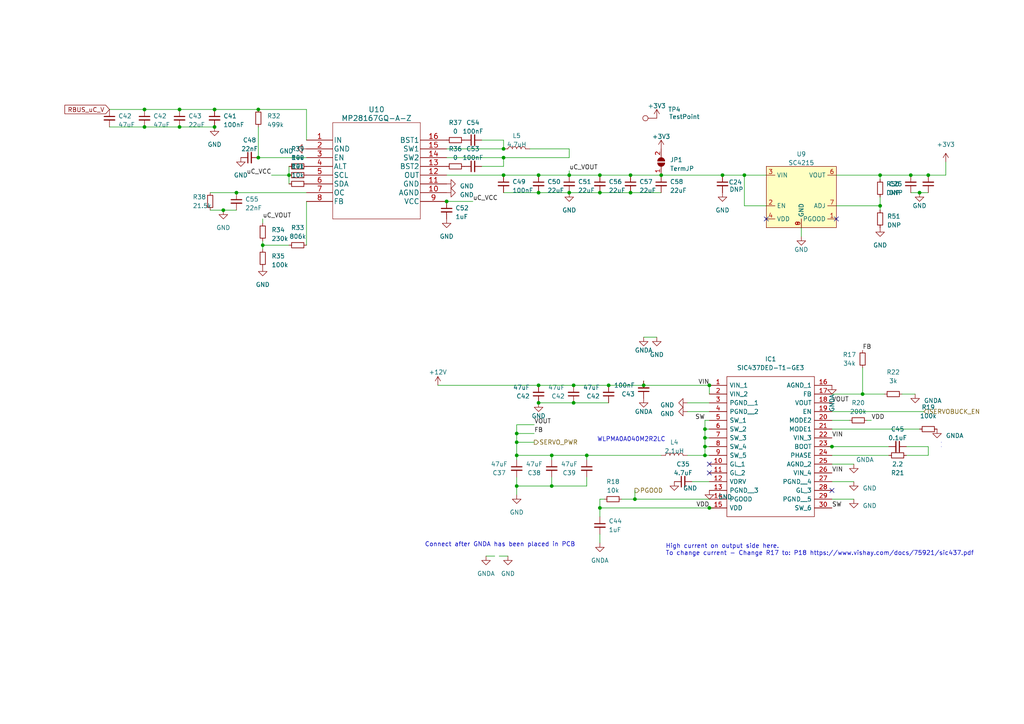
<source format=kicad_sch>
(kicad_sch (version 20230121) (generator eeschema)

  (uuid 046b87af-1675-443a-aba1-6962681a7317)

  (paper "A4")

  (lib_symbols
    (symbol "Connector:TestPoint" (pin_numbers hide) (pin_names (offset 0.762) hide) (in_bom yes) (on_board yes)
      (property "Reference" "TP" (at 0 6.858 0)
        (effects (font (size 1.27 1.27)))
      )
      (property "Value" "TestPoint" (at 0 5.08 0)
        (effects (font (size 1.27 1.27)))
      )
      (property "Footprint" "" (at 5.08 0 0)
        (effects (font (size 1.27 1.27)) hide)
      )
      (property "Datasheet" "~" (at 5.08 0 0)
        (effects (font (size 1.27 1.27)) hide)
      )
      (property "ki_keywords" "test point tp" (at 0 0 0)
        (effects (font (size 1.27 1.27)) hide)
      )
      (property "ki_description" "test point" (at 0 0 0)
        (effects (font (size 1.27 1.27)) hide)
      )
      (property "ki_fp_filters" "Pin* Test*" (at 0 0 0)
        (effects (font (size 1.27 1.27)) hide)
      )
      (symbol "TestPoint_0_1"
        (circle (center 0 3.302) (radius 0.762)
          (stroke (width 0) (type default))
          (fill (type none))
        )
      )
      (symbol "TestPoint_1_1"
        (pin passive line (at 0 0 90) (length 2.54)
          (name "1" (effects (font (size 1.27 1.27))))
          (number "1" (effects (font (size 1.27 1.27))))
        )
      )
    )
    (symbol "Device:C_Small" (pin_numbers hide) (pin_names (offset 0.254) hide) (in_bom yes) (on_board yes)
      (property "Reference" "C" (at 0.254 1.778 0)
        (effects (font (size 1.27 1.27)) (justify left))
      )
      (property "Value" "C_Small" (at 0.254 -2.032 0)
        (effects (font (size 1.27 1.27)) (justify left))
      )
      (property "Footprint" "" (at 0 0 0)
        (effects (font (size 1.27 1.27)) hide)
      )
      (property "Datasheet" "~" (at 0 0 0)
        (effects (font (size 1.27 1.27)) hide)
      )
      (property "ki_keywords" "capacitor cap" (at 0 0 0)
        (effects (font (size 1.27 1.27)) hide)
      )
      (property "ki_description" "Unpolarized capacitor, small symbol" (at 0 0 0)
        (effects (font (size 1.27 1.27)) hide)
      )
      (property "ki_fp_filters" "C_*" (at 0 0 0)
        (effects (font (size 1.27 1.27)) hide)
      )
      (symbol "C_Small_0_1"
        (polyline
          (pts
            (xy -1.524 -0.508)
            (xy 1.524 -0.508)
          )
          (stroke (width 0.3302) (type default))
          (fill (type none))
        )
        (polyline
          (pts
            (xy -1.524 0.508)
            (xy 1.524 0.508)
          )
          (stroke (width 0.3048) (type default))
          (fill (type none))
        )
      )
      (symbol "C_Small_1_1"
        (pin passive line (at 0 2.54 270) (length 2.032)
          (name "~" (effects (font (size 1.27 1.27))))
          (number "1" (effects (font (size 1.27 1.27))))
        )
        (pin passive line (at 0 -2.54 90) (length 2.032)
          (name "~" (effects (font (size 1.27 1.27))))
          (number "2" (effects (font (size 1.27 1.27))))
        )
      )
    )
    (symbol "Device:L" (pin_numbers hide) (pin_names (offset 1.016) hide) (in_bom yes) (on_board yes)
      (property "Reference" "L" (at -1.27 0 90)
        (effects (font (size 1.27 1.27)))
      )
      (property "Value" "L" (at 1.905 0 90)
        (effects (font (size 1.27 1.27)))
      )
      (property "Footprint" "" (at 0 0 0)
        (effects (font (size 1.27 1.27)) hide)
      )
      (property "Datasheet" "~" (at 0 0 0)
        (effects (font (size 1.27 1.27)) hide)
      )
      (property "ki_keywords" "inductor choke coil reactor magnetic" (at 0 0 0)
        (effects (font (size 1.27 1.27)) hide)
      )
      (property "ki_description" "Inductor" (at 0 0 0)
        (effects (font (size 1.27 1.27)) hide)
      )
      (property "ki_fp_filters" "Choke_* *Coil* Inductor_* L_*" (at 0 0 0)
        (effects (font (size 1.27 1.27)) hide)
      )
      (symbol "L_0_1"
        (arc (start 0 -2.54) (mid 0.6323 -1.905) (end 0 -1.27)
          (stroke (width 0) (type default))
          (fill (type none))
        )
        (arc (start 0 -1.27) (mid 0.6323 -0.635) (end 0 0)
          (stroke (width 0) (type default))
          (fill (type none))
        )
        (arc (start 0 0) (mid 0.6323 0.635) (end 0 1.27)
          (stroke (width 0) (type default))
          (fill (type none))
        )
        (arc (start 0 1.27) (mid 0.6323 1.905) (end 0 2.54)
          (stroke (width 0) (type default))
          (fill (type none))
        )
      )
      (symbol "L_1_1"
        (pin passive line (at 0 3.81 270) (length 1.27)
          (name "1" (effects (font (size 1.27 1.27))))
          (number "1" (effects (font (size 1.27 1.27))))
        )
        (pin passive line (at 0 -3.81 90) (length 1.27)
          (name "2" (effects (font (size 1.27 1.27))))
          (number "2" (effects (font (size 1.27 1.27))))
        )
      )
    )
    (symbol "Device:R_Small" (pin_numbers hide) (pin_names (offset 0.254) hide) (in_bom yes) (on_board yes)
      (property "Reference" "R" (at 0.762 0.508 0)
        (effects (font (size 1.27 1.27)) (justify left))
      )
      (property "Value" "R_Small" (at 0.762 -1.016 0)
        (effects (font (size 1.27 1.27)) (justify left))
      )
      (property "Footprint" "" (at 0 0 0)
        (effects (font (size 1.27 1.27)) hide)
      )
      (property "Datasheet" "~" (at 0 0 0)
        (effects (font (size 1.27 1.27)) hide)
      )
      (property "ki_keywords" "R resistor" (at 0 0 0)
        (effects (font (size 1.27 1.27)) hide)
      )
      (property "ki_description" "Resistor, small symbol" (at 0 0 0)
        (effects (font (size 1.27 1.27)) hide)
      )
      (property "ki_fp_filters" "R_*" (at 0 0 0)
        (effects (font (size 1.27 1.27)) hide)
      )
      (symbol "R_Small_0_1"
        (rectangle (start -0.762 1.778) (end 0.762 -1.778)
          (stroke (width 0.2032) (type default))
          (fill (type none))
        )
      )
      (symbol "R_Small_1_1"
        (pin passive line (at 0 2.54 270) (length 0.762)
          (name "~" (effects (font (size 1.27 1.27))))
          (number "1" (effects (font (size 1.27 1.27))))
        )
        (pin passive line (at 0 -2.54 90) (length 0.762)
          (name "~" (effects (font (size 1.27 1.27))))
          (number "2" (effects (font (size 1.27 1.27))))
        )
      )
    )
    (symbol "GNDA_1" (power) (pin_names (offset 0)) (in_bom yes) (on_board yes)
      (property "Reference" "#PWR" (at 0 -6.35 0)
        (effects (font (size 1.27 1.27)) hide)
      )
      (property "Value" "GNDA_1" (at 0 -3.81 0)
        (effects (font (size 1.27 1.27)))
      )
      (property "Footprint" "" (at 0 0 0)
        (effects (font (size 1.27 1.27)) hide)
      )
      (property "Datasheet" "" (at 0 0 0)
        (effects (font (size 1.27 1.27)) hide)
      )
      (property "ki_keywords" "global power" (at 0 0 0)
        (effects (font (size 1.27 1.27)) hide)
      )
      (property "ki_description" "Power symbol creates a global label with name \"GNDA\" , analog ground" (at 0 0 0)
        (effects (font (size 1.27 1.27)) hide)
      )
      (symbol "GNDA_1_0_1"
        (polyline
          (pts
            (xy 0 0)
            (xy 0 -1.27)
            (xy 1.27 -1.27)
            (xy 0 -2.54)
            (xy -1.27 -1.27)
            (xy 0 -1.27)
          )
          (stroke (width 0) (type default))
          (fill (type none))
        )
      )
      (symbol "GNDA_1_1_1"
        (pin power_in line (at 0 0 270) (length 0) hide
          (name "GNDA" (effects (font (size 1.27 1.27))))
          (number "1" (effects (font (size 1.27 1.27))))
        )
      )
    )
    (symbol "GND_1" (power) (pin_names (offset 0)) (in_bom yes) (on_board yes)
      (property "Reference" "#PWR" (at 0 -6.35 0)
        (effects (font (size 1.27 1.27)) hide)
      )
      (property "Value" "GND_1" (at 0 -3.81 0)
        (effects (font (size 1.27 1.27)))
      )
      (property "Footprint" "" (at 0 0 0)
        (effects (font (size 1.27 1.27)) hide)
      )
      (property "Datasheet" "" (at 0 0 0)
        (effects (font (size 1.27 1.27)) hide)
      )
      (property "ki_keywords" "global power" (at 0 0 0)
        (effects (font (size 1.27 1.27)) hide)
      )
      (property "ki_description" "Power symbol creates a global label with name \"GND\" , ground" (at 0 0 0)
        (effects (font (size 1.27 1.27)) hide)
      )
      (symbol "GND_1_0_1"
        (polyline
          (pts
            (xy 0 0)
            (xy 0 -1.27)
            (xy 1.27 -1.27)
            (xy 0 -2.54)
            (xy -1.27 -1.27)
            (xy 0 -1.27)
          )
          (stroke (width 0) (type default))
          (fill (type none))
        )
      )
      (symbol "GND_1_1_1"
        (pin power_in line (at 0 0 270) (length 0) hide
          (name "GND" (effects (font (size 1.27 1.27))))
          (number "1" (effects (font (size 1.27 1.27))))
        )
      )
    )
    (symbol "GND_2" (power) (pin_names (offset 0)) (in_bom yes) (on_board yes)
      (property "Reference" "#PWR" (at 0 -6.35 0)
        (effects (font (size 1.27 1.27)) hide)
      )
      (property "Value" "GND_2" (at 0 -3.81 0)
        (effects (font (size 1.27 1.27)))
      )
      (property "Footprint" "" (at 0 0 0)
        (effects (font (size 1.27 1.27)) hide)
      )
      (property "Datasheet" "" (at 0 0 0)
        (effects (font (size 1.27 1.27)) hide)
      )
      (property "ki_keywords" "global power" (at 0 0 0)
        (effects (font (size 1.27 1.27)) hide)
      )
      (property "ki_description" "Power symbol creates a global label with name \"GND\" , ground" (at 0 0 0)
        (effects (font (size 1.27 1.27)) hide)
      )
      (symbol "GND_2_0_1"
        (polyline
          (pts
            (xy 0 0)
            (xy 0 -1.27)
            (xy 1.27 -1.27)
            (xy 0 -2.54)
            (xy -1.27 -1.27)
            (xy 0 -1.27)
          )
          (stroke (width 0) (type default))
          (fill (type none))
        )
      )
      (symbol "GND_2_1_1"
        (pin power_in line (at 0 0 270) (length 0) hide
          (name "GND" (effects (font (size 1.27 1.27))))
          (number "1" (effects (font (size 1.27 1.27))))
        )
      )
    )
    (symbol "GND_3" (power) (pin_names (offset 0)) (in_bom yes) (on_board yes)
      (property "Reference" "#PWR" (at 0 -6.35 0)
        (effects (font (size 1.27 1.27)) hide)
      )
      (property "Value" "GND_3" (at 0 -3.81 0)
        (effects (font (size 1.27 1.27)))
      )
      (property "Footprint" "" (at 0 0 0)
        (effects (font (size 1.27 1.27)) hide)
      )
      (property "Datasheet" "" (at 0 0 0)
        (effects (font (size 1.27 1.27)) hide)
      )
      (property "ki_keywords" "global power" (at 0 0 0)
        (effects (font (size 1.27 1.27)) hide)
      )
      (property "ki_description" "Power symbol creates a global label with name \"GND\" , ground" (at 0 0 0)
        (effects (font (size 1.27 1.27)) hide)
      )
      (symbol "GND_3_0_1"
        (polyline
          (pts
            (xy 0 0)
            (xy 0 -1.27)
            (xy 1.27 -1.27)
            (xy 0 -2.54)
            (xy -1.27 -1.27)
            (xy 0 -1.27)
          )
          (stroke (width 0) (type default))
          (fill (type none))
        )
      )
      (symbol "GND_3_1_1"
        (pin power_in line (at 0 0 270) (length 0) hide
          (name "GND" (effects (font (size 1.27 1.27))))
          (number "1" (effects (font (size 1.27 1.27))))
        )
      )
    )
    (symbol "Jumper:SolderJumper_2_Open" (pin_names (offset 0) hide) (in_bom yes) (on_board yes)
      (property "Reference" "JP" (at 0 2.032 0)
        (effects (font (size 1.27 1.27)))
      )
      (property "Value" "SolderJumper_2_Open" (at 0 -2.54 0)
        (effects (font (size 1.27 1.27)))
      )
      (property "Footprint" "" (at 0 0 0)
        (effects (font (size 1.27 1.27)) hide)
      )
      (property "Datasheet" "~" (at 0 0 0)
        (effects (font (size 1.27 1.27)) hide)
      )
      (property "ki_keywords" "solder jumper SPST" (at 0 0 0)
        (effects (font (size 1.27 1.27)) hide)
      )
      (property "ki_description" "Solder Jumper, 2-pole, open" (at 0 0 0)
        (effects (font (size 1.27 1.27)) hide)
      )
      (property "ki_fp_filters" "SolderJumper*Open*" (at 0 0 0)
        (effects (font (size 1.27 1.27)) hide)
      )
      (symbol "SolderJumper_2_Open_0_1"
        (arc (start -0.254 1.016) (mid -1.2656 0) (end -0.254 -1.016)
          (stroke (width 0) (type default))
          (fill (type none))
        )
        (arc (start -0.254 1.016) (mid -1.2656 0) (end -0.254 -1.016)
          (stroke (width 0) (type default))
          (fill (type outline))
        )
        (polyline
          (pts
            (xy -0.254 1.016)
            (xy -0.254 -1.016)
          )
          (stroke (width 0) (type default))
          (fill (type none))
        )
        (polyline
          (pts
            (xy 0.254 1.016)
            (xy 0.254 -1.016)
          )
          (stroke (width 0) (type default))
          (fill (type none))
        )
        (arc (start 0.254 -1.016) (mid 1.2656 0) (end 0.254 1.016)
          (stroke (width 0) (type default))
          (fill (type none))
        )
        (arc (start 0.254 -1.016) (mid 1.2656 0) (end 0.254 1.016)
          (stroke (width 0) (type default))
          (fill (type outline))
        )
      )
      (symbol "SolderJumper_2_Open_1_1"
        (pin passive line (at -3.81 0 0) (length 2.54)
          (name "A" (effects (font (size 1.27 1.27))))
          (number "1" (effects (font (size 1.27 1.27))))
        )
        (pin passive line (at 3.81 0 180) (length 2.54)
          (name "B" (effects (font (size 1.27 1.27))))
          (number "2" (effects (font (size 1.27 1.27))))
        )
      )
    )
    (symbol "SIC437DED-T1-GE3:SIC437DED-T1-GE3" (pin_names (offset 0.762)) (in_bom yes) (on_board yes)
      (property "Reference" "IC" (at 31.75 7.62 0)
        (effects (font (size 1.27 1.27)) (justify left))
      )
      (property "Value" "SIC437DED-T1-GE3" (at 31.75 5.08 0)
        (effects (font (size 1.27 1.27)) (justify left))
      )
      (property "Footprint" "SIC437DEDT1GE3" (at 31.75 2.54 0)
        (effects (font (size 1.27 1.27)) (justify left) hide)
      )
      (property "Datasheet" "https://www.vishay.com/docs/75921/sic437.pdf" (at 31.75 0 0)
        (effects (font (size 1.27 1.27)) (justify left) hide)
      )
      (property "Description" "Switching Voltage Regulators 12A; Ext; Pwr Saving PowerPAK MLP44-24L" (at 31.75 -2.54 0)
        (effects (font (size 1.27 1.27)) (justify left) hide)
      )
      (property "Height" "0.8" (at 31.75 -5.08 0)
        (effects (font (size 1.27 1.27)) (justify left) hide)
      )
      (property "Manufacturer_Name" "Vishay" (at 31.75 -7.62 0)
        (effects (font (size 1.27 1.27)) (justify left) hide)
      )
      (property "Manufacturer_Part_Number" "SIC437DED-T1-GE3" (at 31.75 -10.16 0)
        (effects (font (size 1.27 1.27)) (justify left) hide)
      )
      (property "Mouser Part Number" "78-SIC437DED-T1-GE3" (at 31.75 -12.7 0)
        (effects (font (size 1.27 1.27)) (justify left) hide)
      )
      (property "Mouser Price/Stock" "https://www.mouser.co.uk/ProductDetail/Vishay-Siliconix/SIC437DED-T1-GE3?qs=F5EMLAvA7IBPwzCIb2YJug%3D%3D" (at 31.75 -15.24 0)
        (effects (font (size 1.27 1.27)) (justify left) hide)
      )
      (property "Arrow Part Number" "SIC437DED-T1-GE3" (at 31.75 -17.78 0)
        (effects (font (size 1.27 1.27)) (justify left) hide)
      )
      (property "Arrow Price/Stock" "https://www.arrow.com/en/products/sic437ded-t1-ge3/vishay" (at 31.75 -20.32 0)
        (effects (font (size 1.27 1.27)) (justify left) hide)
      )
      (property "Mouser Testing Part Number" "" (at 31.75 -22.86 0)
        (effects (font (size 1.27 1.27)) (justify left) hide)
      )
      (property "Mouser Testing Price/Stock" "" (at 31.75 -25.4 0)
        (effects (font (size 1.27 1.27)) (justify left) hide)
      )
      (property "ki_description" "Switching Voltage Regulators 12A; Ext; Pwr Saving PowerPAK MLP44-24L" (at 0 0 0)
        (effects (font (size 1.27 1.27)) hide)
      )
      (symbol "SIC437DED-T1-GE3_0_0"
        (pin passive line (at 0 0 0) (length 5.08)
          (name "VIN_1" (effects (font (size 1.27 1.27))))
          (number "1" (effects (font (size 1.27 1.27))))
        )
        (pin passive line (at 0 -22.86 0) (length 5.08)
          (name "GL_1" (effects (font (size 1.27 1.27))))
          (number "10" (effects (font (size 1.27 1.27))))
        )
        (pin passive line (at 0 -25.4 0) (length 5.08)
          (name "GL_2" (effects (font (size 1.27 1.27))))
          (number "11" (effects (font (size 1.27 1.27))))
        )
        (pin passive line (at 0 -27.94 0) (length 5.08)
          (name "VDRV" (effects (font (size 1.27 1.27))))
          (number "12" (effects (font (size 1.27 1.27))))
        )
        (pin passive line (at 0 -30.48 0) (length 5.08)
          (name "PGND__3" (effects (font (size 1.27 1.27))))
          (number "13" (effects (font (size 1.27 1.27))))
        )
        (pin passive line (at 0 -33.02 0) (length 5.08)
          (name "PGOOD" (effects (font (size 1.27 1.27))))
          (number "14" (effects (font (size 1.27 1.27))))
        )
        (pin passive line (at 0 -35.56 0) (length 5.08)
          (name "VDD" (effects (font (size 1.27 1.27))))
          (number "15" (effects (font (size 1.27 1.27))))
        )
        (pin passive line (at 35.56 0 180) (length 5.08)
          (name "AGND_1" (effects (font (size 1.27 1.27))))
          (number "16" (effects (font (size 1.27 1.27))))
        )
        (pin passive line (at 35.56 -2.54 180) (length 5.08)
          (name "FB" (effects (font (size 1.27 1.27))))
          (number "17" (effects (font (size 1.27 1.27))))
        )
        (pin passive line (at 35.56 -5.08 180) (length 5.08)
          (name "VOUT" (effects (font (size 1.27 1.27))))
          (number "18" (effects (font (size 1.27 1.27))))
        )
        (pin passive line (at 35.56 -7.62 180) (length 5.08)
          (name "EN" (effects (font (size 1.27 1.27))))
          (number "19" (effects (font (size 1.27 1.27))))
        )
        (pin passive line (at 0 -2.54 0) (length 5.08)
          (name "VIN_2" (effects (font (size 1.27 1.27))))
          (number "2" (effects (font (size 1.27 1.27))))
        )
        (pin passive line (at 35.56 -10.16 180) (length 5.08)
          (name "MODE2" (effects (font (size 1.27 1.27))))
          (number "20" (effects (font (size 1.27 1.27))))
        )
        (pin passive line (at 35.56 -12.7 180) (length 5.08)
          (name "MODE1" (effects (font (size 1.27 1.27))))
          (number "21" (effects (font (size 1.27 1.27))))
        )
        (pin passive line (at 35.56 -15.24 180) (length 5.08)
          (name "VIN_3" (effects (font (size 1.27 1.27))))
          (number "22" (effects (font (size 1.27 1.27))))
        )
        (pin passive line (at 35.56 -17.78 180) (length 5.08)
          (name "BOOT" (effects (font (size 1.27 1.27))))
          (number "23" (effects (font (size 1.27 1.27))))
        )
        (pin passive line (at 35.56 -20.32 180) (length 5.08)
          (name "PHASE" (effects (font (size 1.27 1.27))))
          (number "24" (effects (font (size 1.27 1.27))))
        )
        (pin passive line (at 35.56 -22.86 180) (length 5.08)
          (name "AGND_2" (effects (font (size 1.27 1.27))))
          (number "25" (effects (font (size 1.27 1.27))))
        )
        (pin passive line (at 35.56 -25.4 180) (length 5.08)
          (name "VIN_4" (effects (font (size 1.27 1.27))))
          (number "26" (effects (font (size 1.27 1.27))))
        )
        (pin passive line (at 35.56 -27.94 180) (length 5.08)
          (name "PGND__4" (effects (font (size 1.27 1.27))))
          (number "27" (effects (font (size 1.27 1.27))))
        )
        (pin passive line (at 35.56 -30.48 180) (length 5.08)
          (name "GL_3" (effects (font (size 1.27 1.27))))
          (number "28" (effects (font (size 1.27 1.27))))
        )
        (pin passive line (at 35.56 -33.02 180) (length 5.08)
          (name "PGND__5" (effects (font (size 1.27 1.27))))
          (number "29" (effects (font (size 1.27 1.27))))
        )
        (pin passive line (at 0 -5.08 0) (length 5.08)
          (name "PGND__1" (effects (font (size 1.27 1.27))))
          (number "3" (effects (font (size 1.27 1.27))))
        )
        (pin passive line (at 35.56 -35.56 180) (length 5.08)
          (name "SW_6" (effects (font (size 1.27 1.27))))
          (number "30" (effects (font (size 1.27 1.27))))
        )
        (pin passive line (at 0 -7.62 0) (length 5.08)
          (name "PGND__2" (effects (font (size 1.27 1.27))))
          (number "4" (effects (font (size 1.27 1.27))))
        )
        (pin passive line (at 0 -10.16 0) (length 5.08)
          (name "SW_1" (effects (font (size 1.27 1.27))))
          (number "5" (effects (font (size 1.27 1.27))))
        )
        (pin passive line (at 0 -12.7 0) (length 5.08)
          (name "SW_2" (effects (font (size 1.27 1.27))))
          (number "6" (effects (font (size 1.27 1.27))))
        )
        (pin passive line (at 0 -15.24 0) (length 5.08)
          (name "SW_3" (effects (font (size 1.27 1.27))))
          (number "7" (effects (font (size 1.27 1.27))))
        )
        (pin passive line (at 0 -17.78 0) (length 5.08)
          (name "SW_4" (effects (font (size 1.27 1.27))))
          (number "8" (effects (font (size 1.27 1.27))))
        )
        (pin passive line (at 0 -20.32 0) (length 5.08)
          (name "SW_5" (effects (font (size 1.27 1.27))))
          (number "9" (effects (font (size 1.27 1.27))))
        )
      )
      (symbol "SIC437DED-T1-GE3_0_1"
        (polyline
          (pts
            (xy 5.08 2.54)
            (xy 30.48 2.54)
            (xy 30.48 -38.1)
            (xy 5.08 -38.1)
            (xy 5.08 2.54)
          )
          (stroke (width 0.1524) (type default))
          (fill (type none))
        )
      )
    )
    (symbol "iclr:MP28167GQ-A-Z" (pin_names (offset 0.254)) (in_bom yes) (on_board yes)
      (property "Reference" "U" (at 20.32 10.16 0)
        (effects (font (size 1.524 1.524)))
      )
      (property "Value" "MP28167GQ-A-Z" (at 20.32 7.62 0)
        (effects (font (size 1.524 1.524)))
      )
      (property "Footprint" "QFN-16_MP28167_MNP" (at 20.32 6.096 0)
        (effects (font (size 1.524 1.524)) hide)
      )
      (property "Datasheet" "" (at 0 0 0)
        (effects (font (size 1.524 1.524)))
      )
      (property "ki_locked" "" (at 0 0 0)
        (effects (font (size 1.27 1.27)))
      )
      (property "ki_fp_filters" "QFN-16_MP28167_MNP" (at 0 0 0)
        (effects (font (size 1.27 1.27)) hide)
      )
      (symbol "MP28167GQ-A-Z_1_1"
        (polyline
          (pts
            (xy 7.62 -22.86)
            (xy 33.02 -22.86)
          )
          (stroke (width 0.127) (type solid))
          (fill (type none))
        )
        (polyline
          (pts
            (xy 7.62 5.08)
            (xy 7.62 -22.86)
          )
          (stroke (width 0.127) (type solid))
          (fill (type none))
        )
        (polyline
          (pts
            (xy 33.02 -22.86)
            (xy 33.02 5.08)
          )
          (stroke (width 0.127) (type solid))
          (fill (type none))
        )
        (polyline
          (pts
            (xy 33.02 5.08)
            (xy 7.62 5.08)
          )
          (stroke (width 0.127) (type solid))
          (fill (type none))
        )
        (pin power_in line (at 0 0 0) (length 7.62)
          (name "IN" (effects (font (size 1.4986 1.4986))))
          (number "1" (effects (font (size 1.4986 1.4986))))
        )
        (pin power_in line (at 40.64 -15.24 180) (length 7.62)
          (name "AGND" (effects (font (size 1.4986 1.4986))))
          (number "10" (effects (font (size 1.4986 1.4986))))
        )
        (pin power_in line (at 40.64 -12.7 180) (length 7.62)
          (name "GND" (effects (font (size 1.4986 1.4986))))
          (number "11" (effects (font (size 1.4986 1.4986))))
        )
        (pin power_in line (at 40.64 -10.16 180) (length 7.62)
          (name "OUT" (effects (font (size 1.4986 1.4986))))
          (number "12" (effects (font (size 1.4986 1.4986))))
        )
        (pin power_in line (at 40.64 -7.62 180) (length 7.62)
          (name "BST2" (effects (font (size 1.4986 1.4986))))
          (number "13" (effects (font (size 1.4986 1.4986))))
        )
        (pin unspecified line (at 40.64 -5.08 180) (length 7.62)
          (name "SW2" (effects (font (size 1.4986 1.4986))))
          (number "14" (effects (font (size 1.4986 1.4986))))
        )
        (pin unspecified line (at 40.64 -2.54 180) (length 7.62)
          (name "SW1" (effects (font (size 1.4986 1.4986))))
          (number "15" (effects (font (size 1.4986 1.4986))))
        )
        (pin power_in line (at 40.64 0 180) (length 7.62)
          (name "BST1" (effects (font (size 1.4986 1.4986))))
          (number "16" (effects (font (size 1.4986 1.4986))))
        )
        (pin power_in line (at 0 -2.54 0) (length 7.62)
          (name "GND" (effects (font (size 1.4986 1.4986))))
          (number "2" (effects (font (size 1.4986 1.4986))))
        )
        (pin unspecified line (at 0 -5.08 0) (length 7.62)
          (name "EN" (effects (font (size 1.4986 1.4986))))
          (number "3" (effects (font (size 1.4986 1.4986))))
        )
        (pin output line (at 0 -7.62 0) (length 7.62)
          (name "ALT" (effects (font (size 1.4986 1.4986))))
          (number "4" (effects (font (size 1.4986 1.4986))))
        )
        (pin unspecified line (at 0 -10.16 0) (length 7.62)
          (name "SCL" (effects (font (size 1.4986 1.4986))))
          (number "5" (effects (font (size 1.4986 1.4986))))
        )
        (pin unspecified line (at 0 -12.7 0) (length 7.62)
          (name "SDA" (effects (font (size 1.4986 1.4986))))
          (number "6" (effects (font (size 1.4986 1.4986))))
        )
        (pin unspecified line (at 0 -15.24 0) (length 7.62)
          (name "OC" (effects (font (size 1.4986 1.4986))))
          (number "7" (effects (font (size 1.4986 1.4986))))
        )
        (pin unspecified line (at 0 -17.78 0) (length 7.62)
          (name "FB" (effects (font (size 1.4986 1.4986))))
          (number "8" (effects (font (size 1.4986 1.4986))))
        )
        (pin power_in line (at 40.64 -17.78 180) (length 7.62)
          (name "VCC" (effects (font (size 1.4986 1.4986))))
          (number "9" (effects (font (size 1.4986 1.4986))))
        )
      )
    )
    (symbol "iclr:RT9025-25GSP" (in_bom yes) (on_board yes)
      (property "Reference" "U6" (at 0 4.8428 0)
        (effects (font (size 1.27 1.27)))
      )
      (property "Value" "RT9025-25GSP" (at 0 2.3059 0)
        (effects (font (size 1.27 1.27)))
      )
      (property "Footprint" "iclr:SOIC127P599X175-9N" (at 0 5.08 0)
        (effects (font (size 1.27 1.27)) hide)
      )
      (property "Datasheet" "" (at 0 5.08 0)
        (effects (font (size 1.27 1.27)) hide)
      )
      (symbol "RT9025-25GSP_1_1"
        (rectangle (start -10.16 1.27) (end 10.16 -16.51)
          (stroke (width 0) (type default))
          (fill (type background))
        )
        (pin output line (at 10.16 -13.97 180) (length 2.54)
          (name "PGOOD" (effects (font (size 1.27 1.27))))
          (number "1" (effects (font (size 1.27 1.27))))
        )
        (pin input line (at -10.16 -10.16 0) (length 2.54)
          (name "EN" (effects (font (size 1.27 1.27))))
          (number "2" (effects (font (size 1.27 1.27))))
        )
        (pin input line (at -10.16 -1.27 0) (length 2.54)
          (name "VIN" (effects (font (size 1.27 1.27))))
          (number "3" (effects (font (size 1.27 1.27))))
        )
        (pin input line (at -10.16 -13.97 0) (length 2.54)
          (name "VDD" (effects (font (size 1.27 1.27))))
          (number "4" (effects (font (size 1.27 1.27))))
        )
        (pin output line (at 10.16 -1.27 180) (length 2.54)
          (name "VOUT" (effects (font (size 1.27 1.27))))
          (number "6" (effects (font (size 1.27 1.27))))
        )
        (pin input line (at 10.16 -10.16 180) (length 2.54)
          (name "ADJ" (effects (font (size 1.27 1.27))))
          (number "7" (effects (font (size 1.27 1.27))))
        )
        (pin input line (at 0 -16.51 90) (length 2.54)
          (name "GND" (effects (font (size 1.27 1.27))))
          (number "8" (effects (font (size 1.27 1.27))))
        )
        (pin input line (at 0 -16.51 90) (length 2.54)
          (name "GND" (effects (font (size 1.27 1.27))))
          (number "9" (effects (font (size 1.27 1.27))))
        )
      )
    )
    (symbol "power:+12V" (power) (pin_names (offset 0)) (in_bom yes) (on_board yes)
      (property "Reference" "#PWR" (at 0 -3.81 0)
        (effects (font (size 1.27 1.27)) hide)
      )
      (property "Value" "+12V" (at 0 3.556 0)
        (effects (font (size 1.27 1.27)))
      )
      (property "Footprint" "" (at 0 0 0)
        (effects (font (size 1.27 1.27)) hide)
      )
      (property "Datasheet" "" (at 0 0 0)
        (effects (font (size 1.27 1.27)) hide)
      )
      (property "ki_keywords" "global power" (at 0 0 0)
        (effects (font (size 1.27 1.27)) hide)
      )
      (property "ki_description" "Power symbol creates a global label with name \"+12V\"" (at 0 0 0)
        (effects (font (size 1.27 1.27)) hide)
      )
      (symbol "+12V_0_1"
        (polyline
          (pts
            (xy -0.762 1.27)
            (xy 0 2.54)
          )
          (stroke (width 0) (type default))
          (fill (type none))
        )
        (polyline
          (pts
            (xy 0 0)
            (xy 0 2.54)
          )
          (stroke (width 0) (type default))
          (fill (type none))
        )
        (polyline
          (pts
            (xy 0 2.54)
            (xy 0.762 1.27)
          )
          (stroke (width 0) (type default))
          (fill (type none))
        )
      )
      (symbol "+12V_1_1"
        (pin power_in line (at 0 0 90) (length 0) hide
          (name "+12V" (effects (font (size 1.27 1.27))))
          (number "1" (effects (font (size 1.27 1.27))))
        )
      )
    )
    (symbol "power:+3.3V" (power) (pin_names (offset 0)) (in_bom yes) (on_board yes)
      (property "Reference" "#PWR" (at 0 -3.81 0)
        (effects (font (size 1.27 1.27)) hide)
      )
      (property "Value" "+3.3V" (at 0 3.556 0)
        (effects (font (size 1.27 1.27)))
      )
      (property "Footprint" "" (at 0 0 0)
        (effects (font (size 1.27 1.27)) hide)
      )
      (property "Datasheet" "" (at 0 0 0)
        (effects (font (size 1.27 1.27)) hide)
      )
      (property "ki_keywords" "power-flag" (at 0 0 0)
        (effects (font (size 1.27 1.27)) hide)
      )
      (property "ki_description" "Power symbol creates a global label with name \"+3.3V\"" (at 0 0 0)
        (effects (font (size 1.27 1.27)) hide)
      )
      (symbol "+3.3V_0_1"
        (polyline
          (pts
            (xy -0.762 1.27)
            (xy 0 2.54)
          )
          (stroke (width 0) (type default))
          (fill (type none))
        )
        (polyline
          (pts
            (xy 0 0)
            (xy 0 2.54)
          )
          (stroke (width 0) (type default))
          (fill (type none))
        )
        (polyline
          (pts
            (xy 0 2.54)
            (xy 0.762 1.27)
          )
          (stroke (width 0) (type default))
          (fill (type none))
        )
      )
      (symbol "+3.3V_1_1"
        (pin power_in line (at 0 0 90) (length 0) hide
          (name "+3V3" (effects (font (size 1.27 1.27))))
          (number "1" (effects (font (size 1.27 1.27))))
        )
      )
    )
    (symbol "power:GND" (power) (pin_names (offset 0)) (in_bom yes) (on_board yes)
      (property "Reference" "#PWR" (at 0 -6.35 0)
        (effects (font (size 1.27 1.27)) hide)
      )
      (property "Value" "GND" (at 0 -3.81 0)
        (effects (font (size 1.27 1.27)))
      )
      (property "Footprint" "" (at 0 0 0)
        (effects (font (size 1.27 1.27)) hide)
      )
      (property "Datasheet" "" (at 0 0 0)
        (effects (font (size 1.27 1.27)) hide)
      )
      (property "ki_keywords" "power-flag" (at 0 0 0)
        (effects (font (size 1.27 1.27)) hide)
      )
      (property "ki_description" "Power symbol creates a global label with name \"GND\" , ground" (at 0 0 0)
        (effects (font (size 1.27 1.27)) hide)
      )
      (symbol "GND_0_1"
        (polyline
          (pts
            (xy 0 0)
            (xy 0 -1.27)
            (xy 1.27 -1.27)
            (xy 0 -2.54)
            (xy -1.27 -1.27)
            (xy 0 -1.27)
          )
          (stroke (width 0) (type default))
          (fill (type none))
        )
      )
      (symbol "GND_1_1"
        (pin power_in line (at 0 0 270) (length 0) hide
          (name "GND" (effects (font (size 1.27 1.27))))
          (number "1" (effects (font (size 1.27 1.27))))
        )
      )
    )
    (symbol "power:GNDA" (power) (pin_names (offset 0)) (in_bom yes) (on_board yes)
      (property "Reference" "#PWR" (at 0 -6.35 0)
        (effects (font (size 1.27 1.27)) hide)
      )
      (property "Value" "GNDA" (at 0 -3.81 0)
        (effects (font (size 1.27 1.27)))
      )
      (property "Footprint" "" (at 0 0 0)
        (effects (font (size 1.27 1.27)) hide)
      )
      (property "Datasheet" "" (at 0 0 0)
        (effects (font (size 1.27 1.27)) hide)
      )
      (property "ki_keywords" "power-flag" (at 0 0 0)
        (effects (font (size 1.27 1.27)) hide)
      )
      (property "ki_description" "Power symbol creates a global label with name \"GNDA\" , analog ground" (at 0 0 0)
        (effects (font (size 1.27 1.27)) hide)
      )
      (symbol "GNDA_0_1"
        (polyline
          (pts
            (xy 0 0)
            (xy 0 -1.27)
            (xy 1.27 -1.27)
            (xy 0 -2.54)
            (xy -1.27 -1.27)
            (xy 0 -1.27)
          )
          (stroke (width 0) (type default))
          (fill (type none))
        )
      )
      (symbol "GNDA_1_1"
        (pin power_in line (at 0 0 270) (length 0) hide
          (name "GNDA" (effects (font (size 1.27 1.27))))
          (number "1" (effects (font (size 1.27 1.27))))
        )
      )
    )
  )

  (junction (at 156.21 111.76) (diameter 0) (color 0 0 0 0)
    (uuid 031716ea-58a4-43c9-9a54-5bf0efa8643d)
  )
  (junction (at 146.05 50.8) (diameter 0) (color 0 0 0 0)
    (uuid 04c62095-7bf2-4272-9f43-a50046811798)
  )
  (junction (at 165.1 50.8) (diameter 0) (color 0 0 0 0)
    (uuid 0e9bbf75-8abc-4384-96ca-b548933e51d4)
  )
  (junction (at 149.86 132.08) (diameter 0) (color 0 0 0 0)
    (uuid 0f639a62-be2f-4b53-a117-8d28e9550647)
  )
  (junction (at 255.27 50.8) (diameter 0) (color 0 0 0 0)
    (uuid 0f9319e0-07ce-4e0a-bc83-6179f3cf4234)
  )
  (junction (at 176.53 111.76) (diameter 0) (color 0 0 0 0)
    (uuid 1bdda46e-a432-4a58-a36c-6bbef82930eb)
  )
  (junction (at 76.2 71.12) (diameter 0) (color 0 0 0 0)
    (uuid 21f44cd8-2c75-4cc7-bc35-10135d1c2a9b)
  )
  (junction (at 241.3 129.54) (diameter 0) (color 0 0 0 0)
    (uuid 24c8505c-fbcf-4ab0-a190-92c6822d2bc1)
  )
  (junction (at 266.7 55.88) (diameter 0) (color 0 0 0 0)
    (uuid 2823e071-d9ff-4010-a097-249c2d428621)
  )
  (junction (at 182.88 50.8) (diameter 0) (color 0 0 0 0)
    (uuid 2aa5d458-2c94-4d4f-b43f-1c04b73435ff)
  )
  (junction (at 68.58 55.88) (diameter 0) (color 0 0 0 0)
    (uuid 2e8c7b0d-9b52-4e7f-b923-28cc90aab4bd)
  )
  (junction (at 62.23 31.75) (diameter 0) (color 0 0 0 0)
    (uuid 31575991-33b2-406d-aebc-2638bc164882)
  )
  (junction (at 156.21 55.88) (diameter 0) (color 0 0 0 0)
    (uuid 37131f79-73ad-44c2-bbbf-60eac18039f8)
  )
  (junction (at 156.21 116.84) (diameter 0) (color 0 0 0 0)
    (uuid 37ecc800-6a21-446a-80c8-49e78ff337b4)
  )
  (junction (at 160.02 132.08) (diameter 0) (color 0 0 0 0)
    (uuid 383f07ac-c60f-47a9-bd04-dba6b1b023b6)
  )
  (junction (at 165.1 55.88) (diameter 0) (color 0 0 0 0)
    (uuid 3ce5059d-0801-4f0a-a67e-9a33be125041)
  )
  (junction (at 182.88 55.88) (diameter 0) (color 0 0 0 0)
    (uuid 3e864162-9207-4fd7-84fe-f7cae76956f5)
  )
  (junction (at 204.47 124.46) (diameter 0) (color 0 0 0 0)
    (uuid 429d8cd7-3f59-4af1-9d02-ac14bb161cf2)
  )
  (junction (at 83.82 50.8) (diameter 0) (color 0 0 0 0)
    (uuid 52b22ba3-8a0c-4ccd-a4d8-bb9f1315a57b)
  )
  (junction (at 215.9 50.8) (diameter 0) (color 0 0 0 0)
    (uuid 5616dac1-a736-49c2-88fb-b7bd675ee53e)
  )
  (junction (at 204.47 129.54) (diameter 0) (color 0 0 0 0)
    (uuid 5620128b-f1b0-4fce-a6a2-a3506723dbf6)
  )
  (junction (at 209.55 50.8) (diameter 0) (color 0 0 0 0)
    (uuid 5958023e-0add-4144-bd5b-fe624e769dcc)
  )
  (junction (at 250.19 114.3) (diameter 0) (color 0 0 0 0)
    (uuid 5a8148c2-763d-419a-945f-c40ef03c1ff8)
  )
  (junction (at 264.16 50.8) (diameter 0) (color 0 0 0 0)
    (uuid 5c0cb879-565e-4ec7-9e3e-065143c8d6e4)
  )
  (junction (at 146.05 45.72) (diameter 0) (color 0 0 0 0)
    (uuid 633dd587-1a00-41da-9ac4-3215ba35a3b1)
  )
  (junction (at 269.24 50.8) (diameter 0) (color 0 0 0 0)
    (uuid 644fa521-8136-4efc-aded-b7aabcffb512)
  )
  (junction (at 255.27 59.69) (diameter 0) (color 0 0 0 0)
    (uuid 6a697bc9-afe4-4903-9f1f-c08fe90b30ad)
  )
  (junction (at 205.74 147.32) (diameter 0) (color 0 0 0 0)
    (uuid 7a222d55-8f1d-4719-8285-2082dbb942a6)
  )
  (junction (at 149.86 128.27) (diameter 0) (color 0 0 0 0)
    (uuid 86f9665c-2894-4cf9-aac3-f6fb1ec2992e)
  )
  (junction (at 173.99 55.88) (diameter 0) (color 0 0 0 0)
    (uuid 8e75cd88-9b1b-41f1-82c2-7915f60bbb63)
  )
  (junction (at 52.07 36.83) (diameter 0) (color 0 0 0 0)
    (uuid 916af5cc-9c79-48a8-9792-92c139c30e55)
  )
  (junction (at 160.02 140.97) (diameter 0) (color 0 0 0 0)
    (uuid 94d4c116-122d-44d1-8352-db9b72cdfeb2)
  )
  (junction (at 184.15 144.78) (diameter 0) (color 0 0 0 0)
    (uuid 959a5735-ed6c-498d-83f2-207a8796463b)
  )
  (junction (at 191.77 50.8) (diameter 0) (color 0 0 0 0)
    (uuid 9a8e50e5-f6cb-45b8-b692-08d5b1b7fe2c)
  )
  (junction (at 205.74 111.76) (diameter 0) (color 0 0 0 0)
    (uuid 9a92d5de-0a78-445a-8d44-7898d50b4142)
  )
  (junction (at 186.69 111.76) (diameter 0) (color 0 0 0 0)
    (uuid 9e285c03-ad0e-409f-8829-805a8b3b938c)
  )
  (junction (at 41.91 31.75) (diameter 0) (color 0 0 0 0)
    (uuid a8888104-047c-4d54-ae67-3175c0fc7953)
  )
  (junction (at 149.86 125.73) (diameter 0) (color 0 0 0 0)
    (uuid ac11dabc-8573-4250-a990-38fdef85c62f)
  )
  (junction (at 64.77 60.96) (diameter 0) (color 0 0 0 0)
    (uuid b1511fa9-f036-499e-a180-b552620c565f)
  )
  (junction (at 156.21 50.8) (diameter 0) (color 0 0 0 0)
    (uuid b27b4355-9720-47fe-bd3b-a7cef7d9b8ae)
  )
  (junction (at 129.54 58.42) (diameter 0) (color 0 0 0 0)
    (uuid b41ad83e-5710-4727-ba7e-dda144f24aee)
  )
  (junction (at 146.05 43.18) (diameter 0) (color 0 0 0 0)
    (uuid b49dcfec-d3aa-4369-a55f-d95bd4a6c081)
  )
  (junction (at 166.37 116.84) (diameter 0) (color 0 0 0 0)
    (uuid b4e60401-ba50-4608-aa53-7ecb531bcbb5)
  )
  (junction (at 204.47 127) (diameter 0) (color 0 0 0 0)
    (uuid b5637f9c-b4b7-466b-badb-57f4b49f2bfc)
  )
  (junction (at 204.47 132.08) (diameter 0) (color 0 0 0 0)
    (uuid bcf8a156-262d-4a2f-b1f2-c97a862794a7)
  )
  (junction (at 173.99 50.8) (diameter 0) (color 0 0 0 0)
    (uuid bd29a9e3-733b-4cc9-8d59-8bbcebe31d44)
  )
  (junction (at 170.18 132.08) (diameter 0) (color 0 0 0 0)
    (uuid cfa148b2-06cf-4426-9a88-ee9124f20058)
  )
  (junction (at 62.23 36.83) (diameter 0) (color 0 0 0 0)
    (uuid e18557eb-4c4a-45ba-aaef-46de33784013)
  )
  (junction (at 149.86 140.97) (diameter 0) (color 0 0 0 0)
    (uuid ec8c41a1-9e01-4558-b9d4-4aae621f2903)
  )
  (junction (at 52.07 31.75) (diameter 0) (color 0 0 0 0)
    (uuid f037d8ff-4b26-40e5-9253-4343eafd62ed)
  )
  (junction (at 173.99 147.32) (diameter 0) (color 0 0 0 0)
    (uuid f456e0ff-c8c6-4636-a6b1-5fd29cb1728f)
  )
  (junction (at 41.91 36.83) (diameter 0) (color 0 0 0 0)
    (uuid ff357203-5a7c-4da0-98b7-54b3cb045191)
  )
  (junction (at 74.93 31.75) (diameter 0) (color 0 0 0 0)
    (uuid ff3b9974-fd8b-4bb4-aee1-0cd5d51f9bf1)
  )
  (junction (at 166.37 111.76) (diameter 0) (color 0 0 0 0)
    (uuid ff47462a-b264-4348-ba5f-d7a11986c487)
  )
  (junction (at 74.93 45.72) (diameter 0) (color 0 0 0 0)
    (uuid ffc1e1b1-116b-4698-b623-79dd37362796)
  )

  (no_connect (at 222.25 63.5) (uuid 613a13ca-6567-4196-aab3-e167203996e9))
  (no_connect (at 241.3 142.24) (uuid 74886953-01b9-496a-abe8-aa366b66681e))
  (no_connect (at 205.74 137.16) (uuid b1783c60-1d1a-4c3a-a289-ba106ad1a16a))
  (no_connect (at 242.57 63.5) (uuid bcd41c44-3dff-4618-b9fc-2249bbf0f403))
  (no_connect (at 205.74 134.62) (uuid f9928089-10cc-4ea8-9907-4edac6332648))

  (wire (pts (xy 241.3 124.46) (xy 266.7 124.46))
    (stroke (width 0) (type default))
    (uuid 0010782d-ceb6-4d1c-b8fa-7beba3722481)
  )
  (wire (pts (xy 149.86 140.97) (xy 149.86 138.43))
    (stroke (width 0) (type default))
    (uuid 00d58b32-43e6-469e-83ab-3cd46cb6a004)
  )
  (wire (pts (xy 199.39 132.08) (xy 204.47 132.08))
    (stroke (width 0) (type default))
    (uuid 03bcb579-f4b6-4d6b-94bf-d1be4ba0eea1)
  )
  (wire (pts (xy 149.86 143.51) (xy 149.86 140.97))
    (stroke (width 0) (type default))
    (uuid 078046d8-46de-43c5-acba-56be19c10d9e)
  )
  (wire (pts (xy 41.91 31.75) (xy 52.07 31.75))
    (stroke (width 0) (type default))
    (uuid 0814dbe6-6450-44f1-b2c9-b4415e7a7155)
  )
  (wire (pts (xy 255.27 59.69) (xy 255.27 60.96))
    (stroke (width 0) (type default))
    (uuid 0ca41402-e688-4640-a19f-8a9f4d58adef)
  )
  (wire (pts (xy 52.07 36.83) (xy 62.23 36.83))
    (stroke (width 0) (type default))
    (uuid 0d7d2cb5-0a5f-4366-98bb-5bd2019dbfb1)
  )
  (wire (pts (xy 204.47 127) (xy 205.74 127))
    (stroke (width 0) (type default))
    (uuid 0dc58469-e5f2-46eb-a0d5-ce11479e6d4e)
  )
  (wire (pts (xy 140.97 161.29) (xy 143.51 161.29))
    (stroke (width 0) (type default))
    (uuid 0e9a913c-30a1-492b-b9b6-caf6c5eee980)
  )
  (wire (pts (xy 204.47 129.54) (xy 204.47 132.08))
    (stroke (width 0) (type default))
    (uuid 0f16f416-326f-49cb-8623-4fd4d23e503f)
  )
  (wire (pts (xy 74.93 31.75) (xy 88.9 31.75))
    (stroke (width 0) (type default))
    (uuid 0fe0fbc1-592c-450a-8e13-2240cd9541b8)
  )
  (wire (pts (xy 204.47 121.92) (xy 205.74 121.92))
    (stroke (width 0) (type default))
    (uuid 13dfc320-b285-47c6-93a8-38270b12492b)
  )
  (wire (pts (xy 160.02 140.97) (xy 160.02 138.43))
    (stroke (width 0) (type default))
    (uuid 157899d5-d2bc-4878-98cd-562a02ab560a)
  )
  (wire (pts (xy 170.18 133.35) (xy 170.18 132.08))
    (stroke (width 0) (type default))
    (uuid 17be2920-4bd5-4d65-9f9b-f93be762dbda)
  )
  (wire (pts (xy 156.21 50.8) (xy 165.1 50.8))
    (stroke (width 0) (type default))
    (uuid 19708bcc-053e-4c2b-9d12-219a374cdc26)
  )
  (wire (pts (xy 274.32 46.99) (xy 274.32 50.8))
    (stroke (width 0) (type default))
    (uuid 1d1d1bca-9398-4883-ba12-b7f9a9b112eb)
  )
  (wire (pts (xy 137.16 58.42) (xy 129.54 58.42))
    (stroke (width 0) (type default))
    (uuid 1d31fcb6-abda-493e-a860-61245e3031fb)
  )
  (wire (pts (xy 180.34 144.78) (xy 184.15 144.78))
    (stroke (width 0) (type default))
    (uuid 1f0064e8-df2b-4263-8548-a4452f4a1031)
  )
  (wire (pts (xy 74.93 45.72) (xy 88.9 45.72))
    (stroke (width 0) (type default))
    (uuid 1fd690bc-6464-40c1-86f3-c4ed7909ce0f)
  )
  (wire (pts (xy 269.24 129.54) (xy 262.89 129.54))
    (stroke (width 0) (type default))
    (uuid 2006d4a5-74dc-4189-af65-b492d20adf51)
  )
  (wire (pts (xy 269.24 132.08) (xy 262.89 132.08))
    (stroke (width 0) (type default))
    (uuid 2090e414-569d-491c-8edd-1f1bc011ccd6)
  )
  (wire (pts (xy 199.39 119.38) (xy 205.74 119.38))
    (stroke (width 0) (type default))
    (uuid 20d9c4c7-cf83-4f53-bf2a-f4ad7d613c0e)
  )
  (wire (pts (xy 242.57 50.8) (xy 255.27 50.8))
    (stroke (width 0) (type default))
    (uuid 21f20853-5726-4f6a-ae09-5247d8af25cd)
  )
  (wire (pts (xy 252.73 121.92) (xy 251.46 121.92))
    (stroke (width 0) (type default))
    (uuid 231fa945-13b9-4c34-94c8-adb25f023f8f)
  )
  (wire (pts (xy 165.1 55.88) (xy 173.99 55.88))
    (stroke (width 0) (type default))
    (uuid 242ca922-4e7d-47fd-b298-41e121d04037)
  )
  (wire (pts (xy 166.37 111.76) (xy 176.53 111.76))
    (stroke (width 0) (type default))
    (uuid 27583004-ba83-4a84-a4ec-0a86f3155d17)
  )
  (wire (pts (xy 255.27 50.8) (xy 264.16 50.8))
    (stroke (width 0) (type default))
    (uuid 29638706-0065-4294-a277-cce47f4c665e)
  )
  (wire (pts (xy 83.82 50.8) (xy 83.82 53.34))
    (stroke (width 0) (type default))
    (uuid 2ac820a6-1ab0-4cd3-b6d1-cc787d745726)
  )
  (wire (pts (xy 76.2 71.12) (xy 83.82 71.12))
    (stroke (width 0) (type default))
    (uuid 2d9b8c28-9260-41b3-88e4-c7c5feb81b35)
  )
  (wire (pts (xy 186.69 111.76) (xy 186.69 110.49))
    (stroke (width 0) (type default))
    (uuid 3074a111-0097-4fdb-a8bb-d79d2b6c638f)
  )
  (wire (pts (xy 146.05 40.64) (xy 146.05 43.18))
    (stroke (width 0) (type default))
    (uuid 31256e44-21f1-4dbf-b84d-5cb2dcbed678)
  )
  (wire (pts (xy 74.93 36.83) (xy 74.93 45.72))
    (stroke (width 0) (type default))
    (uuid 3377881e-cd38-402b-8281-1095f878d8bf)
  )
  (wire (pts (xy 184.15 144.78) (xy 205.74 144.78))
    (stroke (width 0) (type default))
    (uuid 35fec83d-9d9b-4053-8745-d990df5e4863)
  )
  (wire (pts (xy 266.7 55.88) (xy 269.24 55.88))
    (stroke (width 0) (type default))
    (uuid 3713663b-a2ac-493a-ba68-ffcd86b3cbf2)
  )
  (wire (pts (xy 88.9 55.88) (xy 68.58 55.88))
    (stroke (width 0) (type default))
    (uuid 39f65157-81da-4a26-8b6d-e88ed50f901a)
  )
  (wire (pts (xy 149.86 125.73) (xy 149.86 128.27))
    (stroke (width 0) (type default))
    (uuid 3ad9e080-2204-4ffd-a98d-002a60ad013c)
  )
  (wire (pts (xy 215.9 59.69) (xy 222.25 59.69))
    (stroke (width 0) (type default))
    (uuid 3f23eb4b-c627-4504-ba3a-85439df53aed)
  )
  (wire (pts (xy 255.27 50.8) (xy 255.27 52.07))
    (stroke (width 0) (type default))
    (uuid 41197a58-c912-430b-97e7-e84cd3f7ee88)
  )
  (wire (pts (xy 62.23 31.75) (xy 74.93 31.75))
    (stroke (width 0) (type default))
    (uuid 43bbfb28-9aa3-468e-89ff-a77ef5bede02)
  )
  (wire (pts (xy 215.9 50.8) (xy 215.9 59.69))
    (stroke (width 0) (type default))
    (uuid 4516feb4-10cb-44bb-a76c-e523ac9e1d66)
  )
  (wire (pts (xy 267.97 119.38) (xy 241.3 119.38))
    (stroke (width 0) (type default))
    (uuid 4701c168-8553-48b4-a494-61f8e2f309a0)
  )
  (wire (pts (xy 165.1 50.8) (xy 173.99 50.8))
    (stroke (width 0) (type default))
    (uuid 4b2393dd-cd62-4fc5-b6b4-aae50eb0c20c)
  )
  (wire (pts (xy 165.1 49.53) (xy 165.1 50.8))
    (stroke (width 0) (type default))
    (uuid 4bffec37-6d17-4afe-a260-31db1f0b4359)
  )
  (wire (pts (xy 173.99 144.78) (xy 173.99 147.32))
    (stroke (width 0) (type default))
    (uuid 4d9da5bf-9d06-4ead-8d9f-566545491727)
  )
  (wire (pts (xy 153.67 43.18) (xy 165.1 43.18))
    (stroke (width 0) (type default))
    (uuid 531d5e35-4896-4c5c-bc8f-fcdccecb9db3)
  )
  (wire (pts (xy 60.96 60.96) (xy 64.77 60.96))
    (stroke (width 0) (type default))
    (uuid 5410286e-e6bb-43f8-8018-14f3446fefe0)
  )
  (wire (pts (xy 257.81 129.54) (xy 241.3 129.54))
    (stroke (width 0) (type default))
    (uuid 554e26b3-1927-4e8c-a641-f9c32cc518db)
  )
  (wire (pts (xy 52.07 31.75) (xy 62.23 31.75))
    (stroke (width 0) (type default))
    (uuid 56989d9a-e2de-4e66-81f8-a7b322dbf90d)
  )
  (wire (pts (xy 182.88 55.88) (xy 191.77 55.88))
    (stroke (width 0) (type default))
    (uuid 573d86bd-68d4-4528-8b4f-1d671ada57dd)
  )
  (wire (pts (xy 240.03 129.54) (xy 241.3 129.54))
    (stroke (width 0) (type default))
    (uuid 57aab05c-b789-4ece-8042-f3f79e09da25)
  )
  (wire (pts (xy 173.99 144.78) (xy 175.26 144.78))
    (stroke (width 0) (type default))
    (uuid 593489a7-e132-4b33-8798-e6a0747576e0)
  )
  (wire (pts (xy 186.69 97.79) (xy 190.5 97.79))
    (stroke (width 0) (type default))
    (uuid 5bb665e6-e29d-45cb-b2ce-3ccf7728f7a4)
  )
  (wire (pts (xy 160.02 133.35) (xy 160.02 132.08))
    (stroke (width 0) (type default))
    (uuid 5ce31fe3-6637-4046-b39b-459e07976cda)
  )
  (wire (pts (xy 76.2 64.77) (xy 76.2 63.5))
    (stroke (width 0) (type default))
    (uuid 5e3698fa-8352-4070-b78b-956a4160d680)
  )
  (wire (pts (xy 41.91 36.83) (xy 52.07 36.83))
    (stroke (width 0) (type default))
    (uuid 60a4d163-d154-4ca8-b71b-c44b0004f537)
  )
  (wire (pts (xy 146.05 45.72) (xy 165.1 45.72))
    (stroke (width 0) (type default))
    (uuid 64ed5859-2eb6-4ef2-a1e9-90acaae54458)
  )
  (wire (pts (xy 173.99 55.88) (xy 182.88 55.88))
    (stroke (width 0) (type default))
    (uuid 6544ce13-c699-4804-ba8c-ef060ccaea24)
  )
  (wire (pts (xy 149.86 128.27) (xy 149.86 132.08))
    (stroke (width 0) (type default))
    (uuid 692a2549-a32f-4345-a93d-49724ca15011)
  )
  (wire (pts (xy 127 111.76) (xy 156.21 111.76))
    (stroke (width 0) (type default))
    (uuid 69a419df-7401-4925-a5d7-b8a94a323992)
  )
  (wire (pts (xy 146.05 40.64) (xy 139.7 40.64))
    (stroke (width 0) (type default))
    (uuid 69a7fd97-7632-4973-bda6-b50122cf7423)
  )
  (wire (pts (xy 255.27 57.15) (xy 255.27 59.69))
    (stroke (width 0) (type default))
    (uuid 6a82ea9e-ab18-43a9-b60d-048f34dd6d5d)
  )
  (wire (pts (xy 83.82 48.26) (xy 83.82 50.8))
    (stroke (width 0) (type default))
    (uuid 6c460cc8-e2f5-4140-ba51-19eacaf3b92f)
  )
  (wire (pts (xy 170.18 132.08) (xy 160.02 132.08))
    (stroke (width 0) (type default))
    (uuid 733ca702-ddf0-4c9f-9bc3-c10ec9e050bb)
  )
  (wire (pts (xy 68.58 55.88) (xy 60.96 55.88))
    (stroke (width 0) (type default))
    (uuid 751f9812-6163-4dbd-9c12-90babe7703b0)
  )
  (wire (pts (xy 88.9 31.75) (xy 88.9 40.64))
    (stroke (width 0) (type default))
    (uuid 7744bff3-0b2a-4e5a-94a8-a7aa190a53f7)
  )
  (wire (pts (xy 250.19 114.3) (xy 256.54 114.3))
    (stroke (width 0) (type default))
    (uuid 7d7040f8-e201-4155-85ae-a38cc5582409)
  )
  (wire (pts (xy 204.47 124.46) (xy 205.74 124.46))
    (stroke (width 0) (type default))
    (uuid 80f89dc8-5e1b-4ee3-b613-35a649c96066)
  )
  (wire (pts (xy 149.86 125.73) (xy 154.94 125.73))
    (stroke (width 0) (type default))
    (uuid 84abffaa-c492-4bdf-9ba3-9230a6ad5744)
  )
  (wire (pts (xy 186.69 111.76) (xy 205.74 111.76))
    (stroke (width 0) (type default))
    (uuid 873d36d0-8b6d-4cae-b421-54677c77b1aa)
  )
  (wire (pts (xy 139.7 48.26) (xy 146.05 48.26))
    (stroke (width 0) (type default))
    (uuid 8842ea9c-4415-464d-9dc4-a56edcd8de09)
  )
  (wire (pts (xy 242.57 59.69) (xy 255.27 59.69))
    (stroke (width 0) (type default))
    (uuid 8a96b9d6-13d1-49aa-950f-b1ca627b70fd)
  )
  (wire (pts (xy 204.47 127) (xy 204.47 129.54))
    (stroke (width 0) (type default))
    (uuid 8e801b69-db83-40ba-bbe7-52172131030f)
  )
  (wire (pts (xy 191.77 50.8) (xy 209.55 50.8))
    (stroke (width 0) (type default))
    (uuid 8f7efaed-8ad8-4ae6-8bbe-3986ce58be19)
  )
  (wire (pts (xy 264.16 55.88) (xy 266.7 55.88))
    (stroke (width 0) (type default))
    (uuid 90bc64f9-09b9-48d1-9d67-8c230333402d)
  )
  (wire (pts (xy 88.9 58.42) (xy 88.9 71.12))
    (stroke (width 0) (type default))
    (uuid 92ccc4f1-4dda-4ea3-a343-fc23c0c736ba)
  )
  (wire (pts (xy 146.05 48.26) (xy 146.05 45.72))
    (stroke (width 0) (type default))
    (uuid 960461a1-0313-4374-8d1b-347207b6cffe)
  )
  (wire (pts (xy 156.21 111.76) (xy 166.37 111.76))
    (stroke (width 0) (type default))
    (uuid 9abaf838-b88c-4f26-a03b-11b6f4aafaa4)
  )
  (wire (pts (xy 204.47 129.54) (xy 205.74 129.54))
    (stroke (width 0) (type default))
    (uuid 9abf84ed-bc80-4143-9539-82c95e063799)
  )
  (wire (pts (xy 204.47 124.46) (xy 204.47 127))
    (stroke (width 0) (type default))
    (uuid 9ced8249-f91d-44cc-9965-631c7337aef4)
  )
  (wire (pts (xy 173.99 147.32) (xy 205.74 147.32))
    (stroke (width 0) (type default))
    (uuid 9de2625f-21d8-4da8-9b65-1f9b9ff33db5)
  )
  (wire (pts (xy 215.9 50.8) (xy 222.25 50.8))
    (stroke (width 0) (type default))
    (uuid 9fb18fff-2d76-4e0d-a5f6-4e817b295a38)
  )
  (wire (pts (xy 204.47 132.08) (xy 205.74 132.08))
    (stroke (width 0) (type default))
    (uuid a1ca4454-605c-4626-b29c-295621f22f7b)
  )
  (wire (pts (xy 176.53 111.76) (xy 186.69 111.76))
    (stroke (width 0) (type default))
    (uuid a1efb5f6-1aef-45e6-b986-23f097bac335)
  )
  (wire (pts (xy 165.1 45.72) (xy 165.1 43.18))
    (stroke (width 0) (type default))
    (uuid a40ef2c2-31cb-409b-8fad-fd0f1ead408a)
  )
  (wire (pts (xy 146.05 55.88) (xy 156.21 55.88))
    (stroke (width 0) (type default))
    (uuid a4e20652-83e4-41f1-833c-43c842ab3c4e)
  )
  (wire (pts (xy 184.15 142.24) (xy 184.15 144.78))
    (stroke (width 0) (type default))
    (uuid a4e50133-3d91-4c0e-8beb-56e94a31d8cd)
  )
  (wire (pts (xy 182.88 50.8) (xy 191.77 50.8))
    (stroke (width 0) (type default))
    (uuid a55de702-20a5-45ce-aa01-d2fb9a5ca879)
  )
  (wire (pts (xy 129.54 45.72) (xy 146.05 45.72))
    (stroke (width 0) (type default))
    (uuid acd44364-3835-4e38-ab3c-35d6a01951c9)
  )
  (wire (pts (xy 232.41 68.58) (xy 232.41 66.04))
    (stroke (width 0) (type default))
    (uuid adf5cca1-97ec-435e-bc9b-5dadbd301c82)
  )
  (wire (pts (xy 129.54 50.8) (xy 146.05 50.8))
    (stroke (width 0) (type default))
    (uuid ae535350-6cd1-46e1-a90f-9bdaf46a59ab)
  )
  (wire (pts (xy 156.21 55.88) (xy 165.1 55.88))
    (stroke (width 0) (type default))
    (uuid b1d186ee-8eff-40a6-85d9-0597a2dce103)
  )
  (wire (pts (xy 160.02 140.97) (xy 170.18 140.97))
    (stroke (width 0) (type default))
    (uuid b22624a7-b187-49b2-ba89-8f488271ea13)
  )
  (wire (pts (xy 149.86 140.97) (xy 160.02 140.97))
    (stroke (width 0) (type default))
    (uuid b2c1abd2-eef2-47ca-b859-a6ce8c2503d0)
  )
  (wire (pts (xy 78.74 50.8) (xy 83.82 50.8))
    (stroke (width 0) (type default))
    (uuid b42b4c25-96cd-4a3b-ad55-a598203fc84c)
  )
  (wire (pts (xy 173.99 149.86) (xy 173.99 147.32))
    (stroke (width 0) (type default))
    (uuid bdad4407-681c-4a1d-9c19-6b2d82fd927e)
  )
  (wire (pts (xy 241.3 132.08) (xy 257.81 132.08))
    (stroke (width 0) (type default))
    (uuid bf208b2a-73b9-4d22-ba83-98385967526f)
  )
  (wire (pts (xy 250.19 106.68) (xy 250.19 114.3))
    (stroke (width 0) (type default))
    (uuid bf9a31cf-266b-43d3-94c8-e70b4b707d27)
  )
  (wire (pts (xy 209.55 50.8) (xy 215.9 50.8))
    (stroke (width 0) (type default))
    (uuid c4bfc65a-4354-456f-b6e6-edace6b67443)
  )
  (wire (pts (xy 200.66 139.7) (xy 205.74 139.7))
    (stroke (width 0) (type default))
    (uuid c712ebad-0928-44a0-adb9-a5b8c92a0d7a)
  )
  (wire (pts (xy 166.37 116.84) (xy 156.21 116.84))
    (stroke (width 0) (type default))
    (uuid c75b9fda-3115-487d-a49d-a1d3d232437c)
  )
  (wire (pts (xy 170.18 140.97) (xy 170.18 138.43))
    (stroke (width 0) (type default))
    (uuid c8f14dc7-0359-4f88-8344-fedd83b79325)
  )
  (wire (pts (xy 160.02 132.08) (xy 149.86 132.08))
    (stroke (width 0) (type default))
    (uuid c91293f3-563e-41be-8e8c-bce455e90c9c)
  )
  (wire (pts (xy 241.3 114.3) (xy 250.19 114.3))
    (stroke (width 0) (type default))
    (uuid ce0f2d8c-03c3-4763-badc-8a58c0630722)
  )
  (wire (pts (xy 154.94 128.27) (xy 149.86 128.27))
    (stroke (width 0) (type default))
    (uuid cf157014-0c60-40d5-8b6a-0accd0ff070c)
  )
  (wire (pts (xy 64.77 60.96) (xy 68.58 60.96))
    (stroke (width 0) (type default))
    (uuid d33929b1-27e6-4259-b8a3-3c36903186ef)
  )
  (wire (pts (xy 149.86 133.35) (xy 149.86 132.08))
    (stroke (width 0) (type default))
    (uuid d37d976f-0dbd-4ab3-a55a-7e249c5f5d02)
  )
  (wire (pts (xy 269.24 129.54) (xy 269.24 132.08))
    (stroke (width 0) (type default))
    (uuid d5ac12a5-fa6d-4535-9961-73a48fc5ef8b)
  )
  (wire (pts (xy 149.86 123.19) (xy 149.86 125.73))
    (stroke (width 0) (type default))
    (uuid d63663a1-14a6-4c6c-8761-c977fab9e306)
  )
  (wire (pts (xy 146.05 50.8) (xy 156.21 50.8))
    (stroke (width 0) (type default))
    (uuid d7746ba7-0946-46c0-940d-c590229d7dac)
  )
  (wire (pts (xy 31.75 36.83) (xy 41.91 36.83))
    (stroke (width 0) (type default))
    (uuid d7afd3fc-5815-4c83-8787-517567ddc4c3)
  )
  (wire (pts (xy 149.86 123.19) (xy 154.94 123.19))
    (stroke (width 0) (type default))
    (uuid da6e35f8-380c-4553-867d-2ee1e2726fe6)
  )
  (wire (pts (xy 170.18 132.08) (xy 191.77 132.08))
    (stroke (width 0) (type default))
    (uuid da79b387-1669-41d5-891e-013ae64db645)
  )
  (wire (pts (xy 31.75 31.75) (xy 41.91 31.75))
    (stroke (width 0) (type default))
    (uuid daab69c1-a46b-4a8b-b334-bb0ef08b4c80)
  )
  (wire (pts (xy 76.2 69.85) (xy 76.2 71.12))
    (stroke (width 0) (type default))
    (uuid e0ff57eb-5d86-4b98-870e-f64e80052260)
  )
  (wire (pts (xy 144.78 161.29) (xy 147.32 161.29))
    (stroke (width 0) (type default))
    (uuid e4201e3a-2a5f-4a0d-9c1a-0fcf0e5eea82)
  )
  (wire (pts (xy 204.47 121.92) (xy 204.47 124.46))
    (stroke (width 0) (type default))
    (uuid e4d96a16-bec8-4bd6-b724-6893c12ba360)
  )
  (wire (pts (xy 241.3 144.78) (xy 247.65 144.78))
    (stroke (width 0) (type default))
    (uuid e77f29ef-a882-4d94-a1db-70f512a410b0)
  )
  (wire (pts (xy 269.24 50.8) (xy 274.32 50.8))
    (stroke (width 0) (type default))
    (uuid ea2f24e1-37d2-40ee-a475-3e1e300a2d17)
  )
  (wire (pts (xy 129.54 43.18) (xy 146.05 43.18))
    (stroke (width 0) (type default))
    (uuid ea3d08eb-e7f2-48ec-a4b3-253d87972a96)
  )
  (wire (pts (xy 247.65 134.62) (xy 241.3 134.62))
    (stroke (width 0) (type default))
    (uuid ebdaed29-235e-429e-a9c0-a548bb9dbe45)
  )
  (wire (pts (xy 247.65 139.7) (xy 241.3 139.7))
    (stroke (width 0) (type default))
    (uuid ec639d5f-546a-4fd9-9e35-9714b1a6f2df)
  )
  (wire (pts (xy 246.38 121.92) (xy 241.3 121.92))
    (stroke (width 0) (type default))
    (uuid ee634a81-0793-48e0-ac05-45a58ac5fdcd)
  )
  (wire (pts (xy 261.62 114.3) (xy 265.43 114.3))
    (stroke (width 0) (type default))
    (uuid ef54750f-34aa-496a-b9f3-14dc2c03c6fc)
  )
  (wire (pts (xy 207.01 147.32) (xy 205.74 147.32))
    (stroke (width 0) (type default))
    (uuid f1ed89d3-5491-4e94-990b-0b6cb43515f2)
  )
  (wire (pts (xy 264.16 50.8) (xy 269.24 50.8))
    (stroke (width 0) (type default))
    (uuid f20e33cb-a52f-455d-b28a-f467435a5b3f)
  )
  (wire (pts (xy 176.53 116.84) (xy 166.37 116.84))
    (stroke (width 0) (type default))
    (uuid f2ddf558-b22c-4600-b0ea-682874368351)
  )
  (wire (pts (xy 205.74 111.76) (xy 205.74 114.3))
    (stroke (width 0) (type default))
    (uuid f91d6df8-376a-431d-940e-816097e1c271)
  )
  (wire (pts (xy 173.99 50.8) (xy 182.88 50.8))
    (stroke (width 0) (type default))
    (uuid fa4492f1-78ba-4fa3-a5f6-7c005476325a)
  )
  (wire (pts (xy 199.39 116.84) (xy 205.74 116.84))
    (stroke (width 0) (type default))
    (uuid fb7e85da-0996-4cf2-8ddb-7071723db485)
  )
  (wire (pts (xy 173.99 154.94) (xy 173.99 157.48))
    (stroke (width 0) (type default))
    (uuid fe265c58-d1cf-446e-a23d-5a63b37fadbd)
  )
  (wire (pts (xy 76.2 71.12) (xy 76.2 72.39))
    (stroke (width 0) (type default))
    (uuid fe7718ec-5ab7-41be-b64d-8f4a3b9542e0)
  )

  (rectangle (start 273.05 128.27) (end 273.05 128.27)
    (stroke (width 0) (type default))
    (fill (type none))
    (uuid 197ee11c-f10a-468c-87e1-c12f6020b80c)
  )
  (rectangle (start 273.05 129.54) (end 273.05 129.54)
    (stroke (width 0) (type default))
    (fill (type none))
    (uuid f1f5fd97-390a-46bd-a8b5-7be0f5f7499d)
  )

  (text "Connect after GNDA has been placed in PCB\n" (at 123.19 158.75 0)
    (effects (font (size 1.27 1.27)) (justify left bottom))
    (uuid 284b51b1-55a7-4af2-bb08-e19d4052d6ff)
  )
  (text "High current on output side here.\nTo change current - Change R17 to: P18 https://www.vishay.com/docs/75921/sic437.pdf\n"
    (at 193.04 161.29 0)
    (effects (font (size 1.27 1.27)) (justify left bottom))
    (uuid 599f1b89-2985-4bdb-b8d5-c978ad69ad3b)
  )
  (text "WLPMA0A040M2R2LC" (at 193.04 128.27 0)
    (effects (font (size 1.27 1.27)) (justify right bottom))
    (uuid ee9fd2ff-ef49-4125-b7be-6b06e9382ea8)
  )

  (label "FB" (at 154.94 125.73 0) (fields_autoplaced)
    (effects (font (size 1.27 1.27)) (justify left bottom))
    (uuid 098e52ec-61d7-47c7-a72e-782023a6f7e4)
  )
  (label "VOUT" (at 241.3 116.84 0) (fields_autoplaced)
    (effects (font (size 1.27 1.27)) (justify left bottom))
    (uuid 20866145-44f3-480c-8a1a-8a3c482279a8)
  )
  (label "FB" (at 250.19 101.6 0) (fields_autoplaced)
    (effects (font (size 1.27 1.27)) (justify left bottom))
    (uuid 35db5bb0-5a64-45c8-975e-5b838fe4c47e)
  )
  (label "VOUT" (at 154.94 123.19 0) (fields_autoplaced)
    (effects (font (size 1.27 1.27)) (justify left bottom))
    (uuid 731211ac-c0cb-409c-aaa0-21d554296349)
  )
  (label "VIN" (at 241.3 127 0) (fields_autoplaced)
    (effects (font (size 1.27 1.27)) (justify left bottom))
    (uuid 75f21574-e2fb-4217-82a4-c808a12d6d55)
  )
  (label "SW" (at 204.47 121.92 180) (fields_autoplaced)
    (effects (font (size 1.27 1.27)) (justify right bottom))
    (uuid 9b57c28e-6d88-4e45-aeb2-1995746c1f3f)
  )
  (label "VIN" (at 241.3 137.16 0) (fields_autoplaced)
    (effects (font (size 1.27 1.27)) (justify left bottom))
    (uuid 9d0d3bbb-ed1a-4f25-a60e-07c9cb61f27e)
  )
  (label "SW" (at 241.3 147.32 0) (fields_autoplaced)
    (effects (font (size 1.27 1.27)) (justify left bottom))
    (uuid a0c5d222-2d24-4870-91a5-28795521e57c)
  )
  (label "uC_VCC" (at 78.74 50.8 180) (fields_autoplaced)
    (effects (font (size 1.27 1.27)) (justify right bottom))
    (uuid a6fdc598-edb7-44ea-98d5-a94f084abd56)
  )
  (label "VDD" (at 252.73 121.92 0) (fields_autoplaced)
    (effects (font (size 1.27 1.27)) (justify left bottom))
    (uuid af684268-2756-424a-bc20-a162b9e4e2ff)
  )
  (label "VDD" (at 201.93 147.32 0) (fields_autoplaced)
    (effects (font (size 1.27 1.27)) (justify left bottom))
    (uuid bac2c961-32c3-43f0-b2ac-9f9e4397e148)
  )
  (label "uC_VCC" (at 137.16 58.42 0) (fields_autoplaced)
    (effects (font (size 1.27 1.27)) (justify left bottom))
    (uuid c769154e-b414-4c59-8e29-1e43fecf3b63)
  )
  (label "uC_VOUT" (at 76.2 63.5 0) (fields_autoplaced)
    (effects (font (size 1.27 1.27)) (justify left bottom))
    (uuid c9559895-a51f-4d29-ae04-074fb171e198)
  )
  (label "uC_VOUT" (at 165.1 49.53 0) (fields_autoplaced)
    (effects (font (size 1.27 1.27)) (justify left bottom))
    (uuid e34deb53-63f1-418f-801f-e2ff4d7697d9)
  )
  (label "VIN" (at 205.74 111.76 180) (fields_autoplaced)
    (effects (font (size 1.27 1.27)) (justify right bottom))
    (uuid ef3e5a27-096c-40ec-809a-7c549c18d995)
  )

  (global_label "RBUS_uC_V" (shape input) (at 31.75 31.75 180) (fields_autoplaced)
    (effects (font (size 1.27 1.27)) (justify right))
    (uuid 7baffa91-d671-4ca8-9fbf-29bbf553b3c7)
    (property "Intersheetrefs" "${INTERSHEET_REFS}" (at 18.9756 31.75 0)
      (effects (font (size 1.27 1.27)) (justify right) hide)
    )
  )

  (hierarchical_label "SERVO_PWR" (shape output) (at 154.94 128.27 0) (fields_autoplaced)
    (effects (font (size 1.27 1.27)) (justify left))
    (uuid 0ca33b57-22a6-489c-94f5-298eb1631b5d)
  )
  (hierarchical_label "SERVOBUCK_EN" (shape input) (at 267.97 119.38 0) (fields_autoplaced)
    (effects (font (size 1.27 1.27)) (justify left))
    (uuid 4273795b-35c0-47d4-826a-f8813770750e)
  )
  (hierarchical_label "PGOOD" (shape output) (at 184.15 142.24 0) (fields_autoplaced)
    (effects (font (size 1.27 1.27)) (justify left))
    (uuid 5536371c-56ef-4fc6-b799-8bd58861ceec)
  )

  (symbol (lib_id "power:GNDA") (at 271.78 124.46 0) (unit 1)
    (in_bom yes) (on_board yes) (dnp no) (fields_autoplaced)
    (uuid 0056bf9a-a610-41f8-a10e-308aeac50d54)
    (property "Reference" "#PWR079" (at 271.78 130.81 0)
      (effects (font (size 1.27 1.27)) hide)
    )
    (property "Value" "GNDA" (at 274.32 126.365 0)
      (effects (font (size 1.27 1.27)) (justify left))
    )
    (property "Footprint" "" (at 271.78 124.46 0)
      (effects (font (size 1.27 1.27)) hide)
    )
    (property "Datasheet" "" (at 271.78 124.46 0)
      (effects (font (size 1.27 1.27)) hide)
    )
    (pin "1" (uuid 1441b1ab-7a60-4212-9020-5d05ca3eff10))
    (instances
      (project "Canardboard"
        (path "/7db990e4-92e1-4f99-b4d2-435bbec1ba83/e0402675-af14-46ad-ab53-2a6080ba54c9"
          (reference "#PWR079") (unit 1)
        )
        (path "/7db990e4-92e1-4f99-b4d2-435bbec1ba83/9ac1c7a8-1287-4655-8906-f7f2eef1324f"
          (reference "#PWR077") (unit 1)
        )
      )
    )
  )

  (symbol (lib_id "Device:C_Small") (at 137.16 48.26 90) (unit 1)
    (in_bom yes) (on_board yes) (dnp no) (fields_autoplaced)
    (uuid 01f0b272-4d33-4cf8-8fc1-6cae800dab32)
    (property "Reference" "C53" (at 137.1663 43.18 90)
      (effects (font (size 1.27 1.27)))
    )
    (property "Value" "100nF" (at 137.1663 45.72 90)
      (effects (font (size 1.27 1.27)))
    )
    (property "Footprint" "Capacitor_SMD:C_0402_1005Metric" (at 137.16 48.26 0)
      (effects (font (size 1.27 1.27)) hide)
    )
    (property "Datasheet" "~" (at 137.16 48.26 0)
      (effects (font (size 1.27 1.27)) hide)
    )
    (pin "1" (uuid 31f64d5a-be3f-43b2-a9bf-55cc58298e79))
    (pin "2" (uuid 99a41f72-4860-4583-8347-b6504a4887d2))
    (instances
      (project "Canardboard"
        (path "/7db990e4-92e1-4f99-b4d2-435bbec1ba83/9ac1c7a8-1287-4655-8906-f7f2eef1324f"
          (reference "C53") (unit 1)
        )
      )
    )
  )

  (symbol (lib_id "Device:R_Small") (at 255.27 54.61 0) (unit 1)
    (in_bom yes) (on_board yes) (dnp no)
    (uuid 025aa4a3-24d6-4ecc-bca1-75dbd09e853a)
    (property "Reference" "R50" (at 257.0267 53.3805 0)
      (effects (font (size 1.27 1.27)) (justify left))
    )
    (property "Value" "DNP" (at 257.0267 55.9205 0)
      (effects (font (size 1.27 1.27)) (justify left))
    )
    (property "Footprint" "Resistor_SMD:R_0402_1005Metric" (at 255.27 54.61 0)
      (effects (font (size 1.27 1.27)) hide)
    )
    (property "Datasheet" "~" (at 255.27 54.61 0)
      (effects (font (size 1.27 1.27)) hide)
    )
    (pin "1" (uuid 77e6d3b5-8b61-45a5-bd7b-8b3a0aaf2834))
    (pin "2" (uuid efa9a146-6990-43fc-8d9f-1fdd5569f45b))
    (instances
      (project "Canardboard"
        (path "/7db990e4-92e1-4f99-b4d2-435bbec1ba83/9ac1c7a8-1287-4655-8906-f7f2eef1324f"
          (reference "R50") (unit 1)
        )
      )
      (project "PickleRick"
        (path "/e63e39d7-6ac0-4ffd-8aa3-1841a4541b55/150d7a0e-7d8c-4788-bc30-4a3682bf4d09"
          (reference "R28") (unit 1)
        )
      )
      (project "power"
        (path "/e9284afa-e324-4762-b662-a428eebcb5c2"
          (reference "R28") (unit 1)
        )
      )
    )
  )

  (symbol (lib_id "power:GNDA") (at 173.99 157.48 0) (unit 1)
    (in_bom yes) (on_board yes) (dnp no) (fields_autoplaced)
    (uuid 03aa547e-45b6-40ca-8c19-2ad9768d7417)
    (property "Reference" "#PWR078" (at 173.99 163.83 0)
      (effects (font (size 1.27 1.27)) hide)
    )
    (property "Value" "GNDA" (at 173.99 162.56 0)
      (effects (font (size 1.27 1.27)))
    )
    (property "Footprint" "" (at 173.99 157.48 0)
      (effects (font (size 1.27 1.27)) hide)
    )
    (property "Datasheet" "" (at 173.99 157.48 0)
      (effects (font (size 1.27 1.27)) hide)
    )
    (pin "1" (uuid 470c9870-0c64-4df1-92b8-16dfac4cf3dd))
    (instances
      (project "Canardboard"
        (path "/7db990e4-92e1-4f99-b4d2-435bbec1ba83/e0402675-af14-46ad-ab53-2a6080ba54c9"
          (reference "#PWR078") (unit 1)
        )
        (path "/7db990e4-92e1-4f99-b4d2-435bbec1ba83/9ac1c7a8-1287-4655-8906-f7f2eef1324f"
          (reference "#PWR065") (unit 1)
        )
      )
    )
  )

  (symbol (lib_id "power:+3.3V") (at 274.32 46.99 0) (unit 1)
    (in_bom yes) (on_board yes) (dnp no) (fields_autoplaced)
    (uuid 071c8d9f-1baa-44c0-acf0-a3b81a30db44)
    (property "Reference" "#PWR0100" (at 274.32 50.8 0)
      (effects (font (size 1.27 1.27)) hide)
    )
    (property "Value" "+3.3V" (at 274.32 41.91 0)
      (effects (font (size 1.27 1.27)))
    )
    (property "Footprint" "" (at 274.32 46.99 0)
      (effects (font (size 1.27 1.27)) hide)
    )
    (property "Datasheet" "" (at 274.32 46.99 0)
      (effects (font (size 1.27 1.27)) hide)
    )
    (pin "1" (uuid bbd16046-2687-4d76-b99c-8b4575ade40c))
    (instances
      (project "Canardboard"
        (path "/7db990e4-92e1-4f99-b4d2-435bbec1ba83/9ac1c7a8-1287-4655-8906-f7f2eef1324f"
          (reference "#PWR0100") (unit 1)
        )
      )
      (project "PickleRick"
        (path "/e63e39d7-6ac0-4ffd-8aa3-1841a4541b55/150d7a0e-7d8c-4788-bc30-4a3682bf4d09"
          (reference "#PWR0116") (unit 1)
        )
      )
      (project "power"
        (path "/e9284afa-e324-4762-b662-a428eebcb5c2"
          (reference "#PWR0116") (unit 1)
        )
      )
    )
  )

  (symbol (lib_id "power:GND") (at 232.41 68.58 0) (unit 1)
    (in_bom yes) (on_board yes) (dnp no)
    (uuid 0742df3f-d6f8-438d-a192-028348b59972)
    (property "Reference" "#PWR097" (at 232.41 74.93 0)
      (effects (font (size 1.27 1.27)) hide)
    )
    (property "Value" "GND" (at 232.41 72.39 0)
      (effects (font (size 1.27 1.27)))
    )
    (property "Footprint" "" (at 232.41 68.58 0)
      (effects (font (size 1.27 1.27)) hide)
    )
    (property "Datasheet" "" (at 232.41 68.58 0)
      (effects (font (size 1.27 1.27)) hide)
    )
    (pin "1" (uuid f6079a2c-2f54-4833-b0a1-d233ac5671a0))
    (instances
      (project "Canardboard"
        (path "/7db990e4-92e1-4f99-b4d2-435bbec1ba83/9ac1c7a8-1287-4655-8906-f7f2eef1324f"
          (reference "#PWR097") (unit 1)
        )
      )
      (project "PickleRick"
        (path "/e63e39d7-6ac0-4ffd-8aa3-1841a4541b55/150d7a0e-7d8c-4788-bc30-4a3682bf4d09"
          (reference "#PWR0108") (unit 1)
        )
      )
      (project "power"
        (path "/e9284afa-e324-4762-b662-a428eebcb5c2"
          (reference "#PWR0108") (unit 1)
        )
      )
    )
  )

  (symbol (lib_id "Device:C_Small") (at 52.07 34.29 0) (unit 1)
    (in_bom yes) (on_board yes) (dnp no) (fields_autoplaced)
    (uuid 07b2bd0d-b629-434f-834c-a06919899dda)
    (property "Reference" "C43" (at 54.61 33.6613 0)
      (effects (font (size 1.27 1.27)) (justify left))
    )
    (property "Value" "22uF" (at 54.61 36.2013 0)
      (effects (font (size 1.27 1.27)) (justify left))
    )
    (property "Footprint" "Capacitor_SMD:C_0805_2012Metric" (at 52.07 34.29 0)
      (effects (font (size 1.27 1.27)) hide)
    )
    (property "Datasheet" "~" (at 52.07 34.29 0)
      (effects (font (size 1.27 1.27)) hide)
    )
    (pin "1" (uuid 6a61eeda-d8cb-4b8d-8c3e-75e1d65be8ce))
    (pin "2" (uuid e2ae7832-f39c-425a-ad4e-8f3d7d66e3a8))
    (instances
      (project "Canardboard"
        (path "/7db990e4-92e1-4f99-b4d2-435bbec1ba83/9ac1c7a8-1287-4655-8906-f7f2eef1324f"
          (reference "C43") (unit 1)
        )
      )
    )
  )

  (symbol (lib_id "power:GNDA") (at 247.65 134.62 0) (unit 1)
    (in_bom yes) (on_board yes) (dnp no)
    (uuid 07c74ad8-3f1a-4142-ba3b-e903dd355db2)
    (property "Reference" "#PWR079" (at 247.65 140.97 0)
      (effects (font (size 1.27 1.27)) hide)
    )
    (property "Value" "GNDA" (at 248.285 133.35 0)
      (effects (font (size 1.27 1.27)) (justify left))
    )
    (property "Footprint" "" (at 247.65 134.62 0)
      (effects (font (size 1.27 1.27)) hide)
    )
    (property "Datasheet" "" (at 247.65 134.62 0)
      (effects (font (size 1.27 1.27)) hide)
    )
    (pin "1" (uuid b1dd94aa-5281-40af-8cc4-2494f2e49677))
    (instances
      (project "Canardboard"
        (path "/7db990e4-92e1-4f99-b4d2-435bbec1ba83/e0402675-af14-46ad-ab53-2a6080ba54c9"
          (reference "#PWR079") (unit 1)
        )
        (path "/7db990e4-92e1-4f99-b4d2-435bbec1ba83/9ac1c7a8-1287-4655-8906-f7f2eef1324f"
          (reference "#PWR076") (unit 1)
        )
      )
    )
  )

  (symbol (lib_id "power:GND") (at 255.27 66.04 0) (unit 1)
    (in_bom yes) (on_board yes) (dnp no) (fields_autoplaced)
    (uuid 09bce20f-bfd7-4545-8ef2-a1493b838c66)
    (property "Reference" "#PWR098" (at 255.27 72.39 0)
      (effects (font (size 1.27 1.27)) hide)
    )
    (property "Value" "GND" (at 255.27 71.12 0)
      (effects (font (size 1.27 1.27)))
    )
    (property "Footprint" "" (at 255.27 66.04 0)
      (effects (font (size 1.27 1.27)) hide)
    )
    (property "Datasheet" "" (at 255.27 66.04 0)
      (effects (font (size 1.27 1.27)) hide)
    )
    (pin "1" (uuid 606d75e2-f6eb-4b8a-ba40-4c313a48fd1d))
    (instances
      (project "Canardboard"
        (path "/7db990e4-92e1-4f99-b4d2-435bbec1ba83/9ac1c7a8-1287-4655-8906-f7f2eef1324f"
          (reference "#PWR098") (unit 1)
        )
      )
      (project "PickleRick"
        (path "/e63e39d7-6ac0-4ffd-8aa3-1841a4541b55/150d7a0e-7d8c-4788-bc30-4a3682bf4d09"
          (reference "#PWR0110") (unit 1)
        )
      )
      (project "power"
        (path "/e9284afa-e324-4762-b662-a428eebcb5c2"
          (reference "#PWR0110") (unit 1)
        )
      )
    )
  )

  (symbol (lib_id "Device:C_Small") (at 156.21 53.34 0) (unit 1)
    (in_bom yes) (on_board yes) (dnp no) (fields_autoplaced)
    (uuid 0b9f520c-cc55-48ae-9e91-01c63c0590be)
    (property "Reference" "C50" (at 158.75 52.7113 0)
      (effects (font (size 1.27 1.27)) (justify left))
    )
    (property "Value" "22uF" (at 158.75 55.2513 0)
      (effects (font (size 1.27 1.27)) (justify left))
    )
    (property "Footprint" "Capacitor_SMD:C_0805_2012Metric" (at 156.21 53.34 0)
      (effects (font (size 1.27 1.27)) hide)
    )
    (property "Datasheet" "~" (at 156.21 53.34 0)
      (effects (font (size 1.27 1.27)) hide)
    )
    (pin "1" (uuid ab128fdb-bd2a-4968-96bb-f4d1f31c3c55))
    (pin "2" (uuid ad06270e-ee33-488b-b858-e880f60f50ee))
    (instances
      (project "Canardboard"
        (path "/7db990e4-92e1-4f99-b4d2-435bbec1ba83/9ac1c7a8-1287-4655-8906-f7f2eef1324f"
          (reference "C50") (unit 1)
        )
      )
    )
  )

  (symbol (lib_id "power:+3.3V") (at 191.77 43.18 0) (unit 1)
    (in_bom yes) (on_board yes) (dnp no) (fields_autoplaced)
    (uuid 12b8d3e1-e40d-4abd-b38b-a4883cf7efc3)
    (property "Reference" "#PWR096" (at 191.77 46.99 0)
      (effects (font (size 1.27 1.27)) hide)
    )
    (property "Value" "+3.3V" (at 191.77 39.6042 0)
      (effects (font (size 1.27 1.27)))
    )
    (property "Footprint" "" (at 191.77 43.18 0)
      (effects (font (size 1.27 1.27)) hide)
    )
    (property "Datasheet" "" (at 191.77 43.18 0)
      (effects (font (size 1.27 1.27)) hide)
    )
    (pin "1" (uuid 616e352c-51fa-4a43-9702-e010b24fa95a))
    (instances
      (project "Canardboard"
        (path "/7db990e4-92e1-4f99-b4d2-435bbec1ba83/9ac1c7a8-1287-4655-8906-f7f2eef1324f"
          (reference "#PWR096") (unit 1)
        )
      )
    )
  )

  (symbol (lib_id "Device:R_Small") (at 248.92 121.92 90) (unit 1)
    (in_bom yes) (on_board yes) (dnp no)
    (uuid 1b927c33-1e28-432d-a485-4f8dec174d74)
    (property "Reference" "R20" (at 248.92 116.84 90)
      (effects (font (size 1.27 1.27)))
    )
    (property "Value" "200k" (at 248.92 119.38 90)
      (effects (font (size 1.27 1.27)))
    )
    (property "Footprint" "Resistor_SMD:R_0402_1005Metric" (at 248.92 121.92 0)
      (effects (font (size 1.27 1.27)) hide)
    )
    (property "Datasheet" "~" (at 248.92 121.92 0)
      (effects (font (size 1.27 1.27)) hide)
    )
    (pin "1" (uuid bb9de121-dbd8-446b-8697-768ad9e5fa4c))
    (pin "2" (uuid 780a91c3-9518-4d9e-8a8b-32e7c645f8db))
    (instances
      (project "Canardboard"
        (path "/7db990e4-92e1-4f99-b4d2-435bbec1ba83/e0402675-af14-46ad-ab53-2a6080ba54c9"
          (reference "R20") (unit 1)
        )
        (path "/7db990e4-92e1-4f99-b4d2-435bbec1ba83/9ac1c7a8-1287-4655-8906-f7f2eef1324f"
          (reference "R20") (unit 1)
        )
      )
    )
  )

  (symbol (lib_id "Device:C_Small") (at 137.16 40.64 90) (unit 1)
    (in_bom yes) (on_board yes) (dnp no) (fields_autoplaced)
    (uuid 1f827700-9f88-4c3d-84a6-ff5689cd9983)
    (property "Reference" "C54" (at 137.1663 35.56 90)
      (effects (font (size 1.27 1.27)))
    )
    (property "Value" "100nF" (at 137.1663 38.1 90)
      (effects (font (size 1.27 1.27)))
    )
    (property "Footprint" "Capacitor_SMD:C_0402_1005Metric" (at 137.16 40.64 0)
      (effects (font (size 1.27 1.27)) hide)
    )
    (property "Datasheet" "~" (at 137.16 40.64 0)
      (effects (font (size 1.27 1.27)) hide)
    )
    (pin "1" (uuid 10694341-71ce-4956-a1ee-9dbbd459575f))
    (pin "2" (uuid 2c95f601-dcfa-4f75-a80f-8e5abafbb464))
    (instances
      (project "Canardboard"
        (path "/7db990e4-92e1-4f99-b4d2-435bbec1ba83/9ac1c7a8-1287-4655-8906-f7f2eef1324f"
          (reference "C54") (unit 1)
        )
      )
    )
  )

  (symbol (lib_id "Device:C_Small") (at 173.99 53.34 0) (unit 1)
    (in_bom yes) (on_board yes) (dnp no) (fields_autoplaced)
    (uuid 1fe08ebb-3459-4890-ab80-8d28da125f4c)
    (property "Reference" "C56" (at 176.53 52.7113 0)
      (effects (font (size 1.27 1.27)) (justify left))
    )
    (property "Value" "22uF" (at 176.53 55.2513 0)
      (effects (font (size 1.27 1.27)) (justify left))
    )
    (property "Footprint" "Capacitor_SMD:C_0805_2012Metric" (at 173.99 53.34 0)
      (effects (font (size 1.27 1.27)) hide)
    )
    (property "Datasheet" "~" (at 173.99 53.34 0)
      (effects (font (size 1.27 1.27)) hide)
    )
    (pin "1" (uuid 5edfd702-ded2-4fd8-b08a-7152d8d166ad))
    (pin "2" (uuid c8763b98-04d8-4f91-8031-926bf36de4ba))
    (instances
      (project "Canardboard"
        (path "/7db990e4-92e1-4f99-b4d2-435bbec1ba83/9ac1c7a8-1287-4655-8906-f7f2eef1324f"
          (reference "C56") (unit 1)
        )
      )
    )
  )

  (symbol (lib_id "Jumper:SolderJumper_2_Open") (at 191.77 46.99 90) (unit 1)
    (in_bom yes) (on_board yes) (dnp no) (fields_autoplaced)
    (uuid 2140e10e-0662-463f-baeb-c4034cbd4f7e)
    (property "Reference" "JP1" (at 194.31 46.355 90)
      (effects (font (size 1.27 1.27)) (justify right))
    )
    (property "Value" "TermJP" (at 194.31 48.895 90)
      (effects (font (size 1.27 1.27)) (justify right))
    )
    (property "Footprint" "Jumper:SolderJumper-2_P1.3mm_Open_RoundedPad1.0x1.5mm" (at 191.77 46.99 0)
      (effects (font (size 1.27 1.27)) hide)
    )
    (property "Datasheet" "~" (at 191.77 46.99 0)
      (effects (font (size 1.27 1.27)) hide)
    )
    (pin "1" (uuid 4635bc08-acc4-4273-88b0-95bf994cd673))
    (pin "2" (uuid 4c08de25-497d-4e5e-946e-1d8adbbeee21))
    (instances
      (project "Canardboard"
        (path "/7db990e4-92e1-4f99-b4d2-435bbec1ba83/00000000-0000-0000-0000-000061942b9a"
          (reference "JP1") (unit 1)
        )
        (path "/7db990e4-92e1-4f99-b4d2-435bbec1ba83/9ac1c7a8-1287-4655-8906-f7f2eef1324f"
          (reference "JP2") (unit 1)
        )
      )
    )
  )

  (symbol (lib_id "Device:C_Small") (at 182.88 53.34 0) (unit 1)
    (in_bom yes) (on_board yes) (dnp no) (fields_autoplaced)
    (uuid 2167aff7-f5f5-4ec3-a4c0-ef22e11ec8b4)
    (property "Reference" "C57" (at 185.42 52.7113 0)
      (effects (font (size 1.27 1.27)) (justify left))
    )
    (property "Value" "22uF" (at 185.42 55.2513 0)
      (effects (font (size 1.27 1.27)) (justify left))
    )
    (property "Footprint" "Capacitor_SMD:C_0805_2012Metric" (at 182.88 53.34 0)
      (effects (font (size 1.27 1.27)) hide)
    )
    (property "Datasheet" "~" (at 182.88 53.34 0)
      (effects (font (size 1.27 1.27)) hide)
    )
    (pin "1" (uuid ececb20d-6c7a-4817-b168-4f4f6302caa9))
    (pin "2" (uuid 00a2a12e-e741-40f0-953f-ea799c4c021f))
    (instances
      (project "Canardboard"
        (path "/7db990e4-92e1-4f99-b4d2-435bbec1ba83/9ac1c7a8-1287-4655-8906-f7f2eef1324f"
          (reference "C57") (unit 1)
        )
      )
    )
  )

  (symbol (lib_id "power:GND") (at 205.74 142.24 0) (unit 1)
    (in_bom yes) (on_board yes) (dnp no) (fields_autoplaced)
    (uuid 285b4681-3c20-4850-90c1-cc15251a2a22)
    (property "Reference" "#PWR077" (at 205.74 148.59 0)
      (effects (font (size 1.27 1.27)) hide)
    )
    (property "Value" "GND" (at 208.28 144.145 0)
      (effects (font (size 1.27 1.27)) (justify left))
    )
    (property "Footprint" "" (at 205.74 142.24 0)
      (effects (font (size 1.27 1.27)) hide)
    )
    (property "Datasheet" "" (at 205.74 142.24 0)
      (effects (font (size 1.27 1.27)) hide)
    )
    (pin "1" (uuid ff9f253f-c6d0-4078-947a-98921496b5bc))
    (instances
      (project "Canardboard"
        (path "/7db990e4-92e1-4f99-b4d2-435bbec1ba83/e0402675-af14-46ad-ab53-2a6080ba54c9"
          (reference "#PWR077") (unit 1)
        )
        (path "/7db990e4-92e1-4f99-b4d2-435bbec1ba83/9ac1c7a8-1287-4655-8906-f7f2eef1324f"
          (reference "#PWR073") (unit 1)
        )
      )
    )
  )

  (symbol (lib_name "GND_3") (lib_id "power:GND") (at 64.77 60.96 0) (unit 1)
    (in_bom yes) (on_board yes) (dnp no) (fields_autoplaced)
    (uuid 2a861c3b-8443-4b86-8202-44413ddda65d)
    (property "Reference" "#PWR095" (at 64.77 67.31 0)
      (effects (font (size 1.27 1.27)) hide)
    )
    (property "Value" "GND" (at 64.77 66.04 0)
      (effects (font (size 1.27 1.27)))
    )
    (property "Footprint" "" (at 64.77 60.96 0)
      (effects (font (size 1.27 1.27)) hide)
    )
    (property "Datasheet" "" (at 64.77 60.96 0)
      (effects (font (size 1.27 1.27)) hide)
    )
    (pin "1" (uuid e761773f-5c95-4142-8ff2-2d010002eccc))
    (instances
      (project "Canardboard"
        (path "/7db990e4-92e1-4f99-b4d2-435bbec1ba83/9ac1c7a8-1287-4655-8906-f7f2eef1324f"
          (reference "#PWR095") (unit 1)
        )
      )
    )
  )

  (symbol (lib_id "Device:C_Small") (at 62.23 34.29 0) (unit 1)
    (in_bom yes) (on_board yes) (dnp no) (fields_autoplaced)
    (uuid 2d72dafe-8129-4279-b023-c842952ca96d)
    (property "Reference" "C41" (at 64.77 33.6613 0)
      (effects (font (size 1.27 1.27)) (justify left))
    )
    (property "Value" "100nF" (at 64.77 36.2013 0)
      (effects (font (size 1.27 1.27)) (justify left))
    )
    (property "Footprint" "Capacitor_SMD:C_0402_1005Metric" (at 62.23 34.29 0)
      (effects (font (size 1.27 1.27)) hide)
    )
    (property "Datasheet" "~" (at 62.23 34.29 0)
      (effects (font (size 1.27 1.27)) hide)
    )
    (pin "1" (uuid aeb14e86-d714-46e2-b76b-cd5dc236d2a0))
    (pin "2" (uuid 4e3013e5-0db6-4288-9a3e-e7ea6fd92211))
    (instances
      (project "Canardboard"
        (path "/7db990e4-92e1-4f99-b4d2-435bbec1ba83/9ac1c7a8-1287-4655-8906-f7f2eef1324f"
          (reference "C41") (unit 1)
        )
      )
    )
  )

  (symbol (lib_id "power:+12V") (at 127 111.76 0) (mirror y) (unit 1)
    (in_bom yes) (on_board yes) (dnp no)
    (uuid 2d7a9c8c-96be-4de7-9f63-5b62df81b469)
    (property "Reference" "#PWR017" (at 127 115.57 0)
      (effects (font (size 1.27 1.27)) hide)
    )
    (property "Value" "+12V" (at 127 107.95 0)
      (effects (font (size 1.27 1.27)))
    )
    (property "Footprint" "" (at 127 111.76 0)
      (effects (font (size 1.27 1.27)) hide)
    )
    (property "Datasheet" "" (at 127 111.76 0)
      (effects (font (size 1.27 1.27)) hide)
    )
    (pin "1" (uuid 629f6eba-87ef-4e14-862d-a3b6228a5676))
    (instances
      (project "Canardboard"
        (path "/7db990e4-92e1-4f99-b4d2-435bbec1ba83/9ac1c7a8-1287-4655-8906-f7f2eef1324f"
          (reference "#PWR017") (unit 1)
        )
      )
    )
  )

  (symbol (lib_id "power:GNDA") (at 241.3 111.76 0) (unit 1)
    (in_bom yes) (on_board yes) (dnp no)
    (uuid 319f9437-57b6-4c09-8b38-8f7b701abf5d)
    (property "Reference" "#PWR079" (at 241.3 118.11 0)
      (effects (font (size 1.27 1.27)) hide)
    )
    (property "Value" "GNDA" (at 241.3 114.3 90)
      (effects (font (size 1.27 1.27)) (justify right))
    )
    (property "Footprint" "" (at 241.3 111.76 0)
      (effects (font (size 1.27 1.27)) hide)
    )
    (property "Datasheet" "" (at 241.3 111.76 0)
      (effects (font (size 1.27 1.27)) hide)
    )
    (pin "1" (uuid 7551a426-05ce-4f4f-ab11-43c2aff3da14))
    (instances
      (project "Canardboard"
        (path "/7db990e4-92e1-4f99-b4d2-435bbec1ba83/e0402675-af14-46ad-ab53-2a6080ba54c9"
          (reference "#PWR079") (unit 1)
        )
        (path "/7db990e4-92e1-4f99-b4d2-435bbec1ba83/9ac1c7a8-1287-4655-8906-f7f2eef1324f"
          (reference "#PWR070") (unit 1)
        )
      )
    )
  )

  (symbol (lib_id "Device:C_Small") (at 129.54 60.96 0) (unit 1)
    (in_bom yes) (on_board yes) (dnp no) (fields_autoplaced)
    (uuid 37938039-3e93-43d7-8460-b2d71fe13aef)
    (property "Reference" "C52" (at 132.08 60.3313 0)
      (effects (font (size 1.27 1.27)) (justify left))
    )
    (property "Value" "1uF" (at 132.08 62.8713 0)
      (effects (font (size 1.27 1.27)) (justify left))
    )
    (property "Footprint" "Capacitor_SMD:C_0402_1005Metric" (at 129.54 60.96 0)
      (effects (font (size 1.27 1.27)) hide)
    )
    (property "Datasheet" "~" (at 129.54 60.96 0)
      (effects (font (size 1.27 1.27)) hide)
    )
    (pin "1" (uuid ab164fda-3451-4e4a-8257-c6e4823531e2))
    (pin "2" (uuid 48d09620-ca36-43f5-8df5-442cbdee77f0))
    (instances
      (project "Canardboard"
        (path "/7db990e4-92e1-4f99-b4d2-435bbec1ba83/9ac1c7a8-1287-4655-8906-f7f2eef1324f"
          (reference "C52") (unit 1)
        )
      )
    )
  )

  (symbol (lib_name "GND_3") (lib_id "power:GND") (at 129.54 63.5 0) (unit 1)
    (in_bom yes) (on_board yes) (dnp no) (fields_autoplaced)
    (uuid 38936986-0420-410b-83a5-ebb8ce9a9fc6)
    (property "Reference" "#PWR092" (at 129.54 69.85 0)
      (effects (font (size 1.27 1.27)) hide)
    )
    (property "Value" "GND" (at 129.54 68.58 0)
      (effects (font (size 1.27 1.27)))
    )
    (property "Footprint" "" (at 129.54 63.5 0)
      (effects (font (size 1.27 1.27)) hide)
    )
    (property "Datasheet" "" (at 129.54 63.5 0)
      (effects (font (size 1.27 1.27)) hide)
    )
    (pin "1" (uuid ee30aa30-0ea2-4193-8dd2-b67259f62681))
    (instances
      (project "Canardboard"
        (path "/7db990e4-92e1-4f99-b4d2-435bbec1ba83/9ac1c7a8-1287-4655-8906-f7f2eef1324f"
          (reference "#PWR092") (unit 1)
        )
      )
    )
  )

  (symbol (lib_id "power:GNDA") (at 265.43 114.3 0) (unit 1)
    (in_bom yes) (on_board yes) (dnp no) (fields_autoplaced)
    (uuid 3985b5a4-84e2-4dab-9953-2f542cf82dfe)
    (property "Reference" "#PWR079" (at 265.43 120.65 0)
      (effects (font (size 1.27 1.27)) hide)
    )
    (property "Value" "GNDA" (at 267.97 116.205 0)
      (effects (font (size 1.27 1.27)) (justify left))
    )
    (property "Footprint" "" (at 265.43 114.3 0)
      (effects (font (size 1.27 1.27)) hide)
    )
    (property "Datasheet" "" (at 265.43 114.3 0)
      (effects (font (size 1.27 1.27)) hide)
    )
    (pin "1" (uuid 1608e80f-a3a1-4375-bf16-c926c6e3b58b))
    (instances
      (project "Canardboard"
        (path "/7db990e4-92e1-4f99-b4d2-435bbec1ba83/e0402675-af14-46ad-ab53-2a6080ba54c9"
          (reference "#PWR079") (unit 1)
        )
        (path "/7db990e4-92e1-4f99-b4d2-435bbec1ba83/9ac1c7a8-1287-4655-8906-f7f2eef1324f"
          (reference "#PWR069") (unit 1)
        )
      )
    )
  )

  (symbol (lib_id "Device:C_Small") (at 146.05 53.34 0) (unit 1)
    (in_bom yes) (on_board yes) (dnp no) (fields_autoplaced)
    (uuid 3d9811bd-4ba2-4766-acb5-75bd2beca57e)
    (property "Reference" "C49" (at 148.59 52.7113 0)
      (effects (font (size 1.27 1.27)) (justify left))
    )
    (property "Value" "100nF" (at 148.59 55.2513 0)
      (effects (font (size 1.27 1.27)) (justify left))
    )
    (property "Footprint" "Capacitor_SMD:C_0402_1005Metric" (at 146.05 53.34 0)
      (effects (font (size 1.27 1.27)) hide)
    )
    (property "Datasheet" "~" (at 146.05 53.34 0)
      (effects (font (size 1.27 1.27)) hide)
    )
    (pin "1" (uuid 870dcacc-ed62-4fe1-a1b0-d51a3ed88e8b))
    (pin "2" (uuid 675477c7-0448-4c5c-a3f7-56d21642a7cf))
    (instances
      (project "Canardboard"
        (path "/7db990e4-92e1-4f99-b4d2-435bbec1ba83/9ac1c7a8-1287-4655-8906-f7f2eef1324f"
          (reference "C49") (unit 1)
        )
      )
    )
  )

  (symbol (lib_id "power:GNDA") (at 140.97 161.29 0) (unit 1)
    (in_bom yes) (on_board yes) (dnp no) (fields_autoplaced)
    (uuid 43a8433c-bb3b-4852-a91a-99e292baa2fd)
    (property "Reference" "#PWR078" (at 140.97 167.64 0)
      (effects (font (size 1.27 1.27)) hide)
    )
    (property "Value" "GNDA" (at 140.97 166.37 0)
      (effects (font (size 1.27 1.27)))
    )
    (property "Footprint" "" (at 140.97 161.29 0)
      (effects (font (size 1.27 1.27)) hide)
    )
    (property "Datasheet" "" (at 140.97 161.29 0)
      (effects (font (size 1.27 1.27)) hide)
    )
    (pin "1" (uuid 0acb36db-fbfb-4d31-be6b-7d159c9f4e73))
    (instances
      (project "Canardboard"
        (path "/7db990e4-92e1-4f99-b4d2-435bbec1ba83/e0402675-af14-46ad-ab53-2a6080ba54c9"
          (reference "#PWR078") (unit 1)
        )
        (path "/7db990e4-92e1-4f99-b4d2-435bbec1ba83/9ac1c7a8-1287-4655-8906-f7f2eef1324f"
          (reference "#PWR040") (unit 1)
        )
      )
    )
  )

  (symbol (lib_id "Device:C_Small") (at 198.12 139.7 90) (unit 1)
    (in_bom yes) (on_board yes) (dnp no) (fields_autoplaced)
    (uuid 44838741-4335-402f-9141-660964df62c4)
    (property "Reference" "C35" (at 198.1263 134.62 90)
      (effects (font (size 1.27 1.27)))
    )
    (property "Value" "4.7uF" (at 198.1263 137.16 90)
      (effects (font (size 1.27 1.27)))
    )
    (property "Footprint" "Capacitor_SMD:C_0402_1005Metric" (at 198.12 139.7 0)
      (effects (font (size 1.27 1.27)) hide)
    )
    (property "Datasheet" "~" (at 198.12 139.7 0)
      (effects (font (size 1.27 1.27)) hide)
    )
    (pin "1" (uuid 01e8a5d2-232d-4621-a9f2-9d82a9ff9aca))
    (pin "2" (uuid 83eac518-edb1-45e2-aef3-227a70973b7d))
    (instances
      (project "Canardboard"
        (path "/7db990e4-92e1-4f99-b4d2-435bbec1ba83/e0402675-af14-46ad-ab53-2a6080ba54c9"
          (reference "C35") (unit 1)
        )
        (path "/7db990e4-92e1-4f99-b4d2-435bbec1ba83/9ac1c7a8-1287-4655-8906-f7f2eef1324f"
          (reference "C21") (unit 1)
        )
      )
    )
  )

  (symbol (lib_name "GNDA_1") (lib_id "power:GNDA") (at 186.69 97.79 0) (unit 1)
    (in_bom yes) (on_board yes) (dnp no) (fields_autoplaced)
    (uuid 47f19c36-e207-4538-bc65-07686e210c08)
    (property "Reference" "#PWR0103" (at 186.69 104.14 0)
      (effects (font (size 1.27 1.27)) hide)
    )
    (property "Value" "GNDA" (at 186.69 101.6 0)
      (effects (font (size 1.27 1.27)))
    )
    (property "Footprint" "" (at 186.69 97.79 0)
      (effects (font (size 1.27 1.27)) hide)
    )
    (property "Datasheet" "" (at 186.69 97.79 0)
      (effects (font (size 1.27 1.27)) hide)
    )
    (pin "1" (uuid cae12b30-0291-459f-a917-e43312a31efb))
    (instances
      (project "Canardboard"
        (path "/7db990e4-92e1-4f99-b4d2-435bbec1ba83/9ac1c7a8-1287-4655-8906-f7f2eef1324f"
          (reference "#PWR0103") (unit 1)
        )
      )
    )
  )

  (symbol (lib_name "GND_3") (lib_id "power:GND") (at 62.23 36.83 0) (unit 1)
    (in_bom yes) (on_board yes) (dnp no) (fields_autoplaced)
    (uuid 4de614b8-232c-4316-b548-b88e550e559d)
    (property "Reference" "#PWR087" (at 62.23 43.18 0)
      (effects (font (size 1.27 1.27)) hide)
    )
    (property "Value" "GND" (at 62.23 41.91 0)
      (effects (font (size 1.27 1.27)))
    )
    (property "Footprint" "" (at 62.23 36.83 0)
      (effects (font (size 1.27 1.27)) hide)
    )
    (property "Datasheet" "" (at 62.23 36.83 0)
      (effects (font (size 1.27 1.27)) hide)
    )
    (pin "1" (uuid aedd0e68-746d-48f1-8d18-e5650c57051b))
    (instances
      (project "Canardboard"
        (path "/7db990e4-92e1-4f99-b4d2-435bbec1ba83/9ac1c7a8-1287-4655-8906-f7f2eef1324f"
          (reference "#PWR087") (unit 1)
        )
      )
    )
  )

  (symbol (lib_id "Device:C_Small") (at 72.39 45.72 90) (unit 1)
    (in_bom yes) (on_board yes) (dnp no) (fields_autoplaced)
    (uuid 4f79a969-af9c-4ed4-a9eb-55b2c30456e1)
    (property "Reference" "C48" (at 72.3963 40.64 90)
      (effects (font (size 1.27 1.27)))
    )
    (property "Value" "22nF" (at 72.3963 43.18 90)
      (effects (font (size 1.27 1.27)))
    )
    (property "Footprint" "Capacitor_SMD:C_0402_1005Metric" (at 72.39 45.72 0)
      (effects (font (size 1.27 1.27)) hide)
    )
    (property "Datasheet" "~" (at 72.39 45.72 0)
      (effects (font (size 1.27 1.27)) hide)
    )
    (pin "1" (uuid 3cceedab-bd26-438a-9cd6-d94f877dd1ca))
    (pin "2" (uuid 66ba2b5c-7f8b-47f6-8919-fbac5bad3f3f))
    (instances
      (project "Canardboard"
        (path "/7db990e4-92e1-4f99-b4d2-435bbec1ba83/9ac1c7a8-1287-4655-8906-f7f2eef1324f"
          (reference "C48") (unit 1)
        )
      )
    )
  )

  (symbol (lib_id "Device:R_Small") (at 86.36 71.12 90) (unit 1)
    (in_bom yes) (on_board yes) (dnp no) (fields_autoplaced)
    (uuid 4ffbda1c-934c-4bf4-b6ab-18784453df8f)
    (property "Reference" "R33" (at 86.36 66.04 90)
      (effects (font (size 1.27 1.27)))
    )
    (property "Value" "806k" (at 86.36 68.58 90)
      (effects (font (size 1.27 1.27)))
    )
    (property "Footprint" "Resistor_SMD:R_0402_1005Metric" (at 86.36 71.12 0)
      (effects (font (size 1.27 1.27)) hide)
    )
    (property "Datasheet" "~" (at 86.36 71.12 0)
      (effects (font (size 1.27 1.27)) hide)
    )
    (pin "1" (uuid 6e84b192-adaf-469c-9b30-370bef27275f))
    (pin "2" (uuid 3079c17b-2c03-4bf7-98eb-e4e8499fcd2c))
    (instances
      (project "Canardboard"
        (path "/7db990e4-92e1-4f99-b4d2-435bbec1ba83/9ac1c7a8-1287-4655-8906-f7f2eef1324f"
          (reference "R33") (unit 1)
        )
      )
    )
  )

  (symbol (lib_id "Device:C_Small") (at 31.75 34.29 0) (unit 1)
    (in_bom yes) (on_board yes) (dnp no) (fields_autoplaced)
    (uuid 52dbdd27-282f-4134-803a-c47fb372942c)
    (property "Reference" "C42" (at 34.29 33.6613 0)
      (effects (font (size 1.27 1.27)) (justify left))
    )
    (property "Value" "47uF" (at 34.29 36.2013 0)
      (effects (font (size 1.27 1.27)) (justify left))
    )
    (property "Footprint" "Capacitor_SMD:C_1206_3216Metric" (at 31.75 34.29 0)
      (effects (font (size 1.27 1.27)) hide)
    )
    (property "Datasheet" "~" (at 31.75 34.29 0)
      (effects (font (size 1.27 1.27)) hide)
    )
    (pin "1" (uuid 74ef7cb1-c7a3-49e6-b4fc-4053cafd5b54))
    (pin "2" (uuid 84b533ca-8897-4523-bce7-ea5c40fe539b))
    (instances
      (project "Canardboard"
        (path "/7db990e4-92e1-4f99-b4d2-435bbec1ba83/e0402675-af14-46ad-ab53-2a6080ba54c9"
          (reference "C42") (unit 1)
        )
        (path "/7db990e4-92e1-4f99-b4d2-435bbec1ba83/9ac1c7a8-1287-4655-8906-f7f2eef1324f"
          (reference "C19") (unit 1)
        )
      )
    )
  )

  (symbol (lib_name "GND_2") (lib_id "power:GND") (at 156.21 116.84 0) (unit 1)
    (in_bom yes) (on_board yes) (dnp no) (fields_autoplaced)
    (uuid 581dde4e-2a36-48b7-ad6e-e1afa5775882)
    (property "Reference" "#PWR047" (at 156.21 123.19 0)
      (effects (font (size 1.27 1.27)) hide)
    )
    (property "Value" "GND" (at 156.21 120.65 0)
      (effects (font (size 1.27 1.27)))
    )
    (property "Footprint" "" (at 156.21 116.84 0)
      (effects (font (size 1.27 1.27)) hide)
    )
    (property "Datasheet" "" (at 156.21 116.84 0)
      (effects (font (size 1.27 1.27)) hide)
    )
    (pin "1" (uuid bf381e0c-1d54-44dc-b9a1-98b6be63abf3))
    (instances
      (project "Canardboard"
        (path "/7db990e4-92e1-4f99-b4d2-435bbec1ba83/9ac1c7a8-1287-4655-8906-f7f2eef1324f"
          (reference "#PWR047") (unit 1)
        )
      )
    )
  )

  (symbol (lib_id "Device:R_Small") (at 86.36 50.8 90) (unit 1)
    (in_bom yes) (on_board yes) (dnp no) (fields_autoplaced)
    (uuid 61d28e0e-719b-4f5c-accb-9e13c8b9dc8f)
    (property "Reference" "R40" (at 86.36 45.72 90)
      (effects (font (size 1.27 1.27)))
    )
    (property "Value" "10k" (at 86.36 48.26 90)
      (effects (font (size 1.27 1.27)))
    )
    (property "Footprint" "Resistor_SMD:R_0402_1005Metric" (at 86.36 50.8 0)
      (effects (font (size 1.27 1.27)) hide)
    )
    (property "Datasheet" "~" (at 86.36 50.8 0)
      (effects (font (size 1.27 1.27)) hide)
    )
    (pin "1" (uuid f979cf49-0ad2-460e-87fb-6c33c93ed595))
    (pin "2" (uuid 0268c899-9e4b-4287-a05c-4870252bb6f8))
    (instances
      (project "Canardboard"
        (path "/7db990e4-92e1-4f99-b4d2-435bbec1ba83/9ac1c7a8-1287-4655-8906-f7f2eef1324f"
          (reference "R40") (unit 1)
        )
      )
    )
  )

  (symbol (lib_id "Device:R_Small") (at 132.08 48.26 90) (unit 1)
    (in_bom yes) (on_board yes) (dnp no) (fields_autoplaced)
    (uuid 61f5758b-b641-437e-9670-4bd1eed37966)
    (property "Reference" "R36" (at 132.08 43.18 90)
      (effects (font (size 1.27 1.27)))
    )
    (property "Value" "0" (at 132.08 45.72 90)
      (effects (font (size 1.27 1.27)))
    )
    (property "Footprint" "Resistor_SMD:R_0402_1005Metric" (at 132.08 48.26 0)
      (effects (font (size 1.27 1.27)) hide)
    )
    (property "Datasheet" "~" (at 132.08 48.26 0)
      (effects (font (size 1.27 1.27)) hide)
    )
    (pin "1" (uuid 025086d1-efc3-4458-bb54-d430f278afee))
    (pin "2" (uuid a7e56709-05b7-4a50-a061-e2de6b6b6627))
    (instances
      (project "Canardboard"
        (path "/7db990e4-92e1-4f99-b4d2-435bbec1ba83/9ac1c7a8-1287-4655-8906-f7f2eef1324f"
          (reference "R36") (unit 1)
        )
      )
    )
  )

  (symbol (lib_id "Device:C_Small") (at 156.21 114.3 180) (unit 1)
    (in_bom yes) (on_board yes) (dnp no) (fields_autoplaced)
    (uuid 63718bdd-11a4-4bc2-a064-1008a57da80e)
    (property "Reference" "C42" (at 153.67 114.9287 0)
      (effects (font (size 1.27 1.27)) (justify left))
    )
    (property "Value" "47uF" (at 153.67 112.3887 0)
      (effects (font (size 1.27 1.27)) (justify left))
    )
    (property "Footprint" "Capacitor_SMD:C_1206_3216Metric" (at 156.21 114.3 0)
      (effects (font (size 1.27 1.27)) hide)
    )
    (property "Datasheet" "~" (at 156.21 114.3 0)
      (effects (font (size 1.27 1.27)) hide)
    )
    (pin "1" (uuid d73c996d-91c6-425d-baba-066bbf9f4a13))
    (pin "2" (uuid 7f41e5a4-a06e-41cb-a805-baf8336e2362))
    (instances
      (project "Canardboard"
        (path "/7db990e4-92e1-4f99-b4d2-435bbec1ba83/e0402675-af14-46ad-ab53-2a6080ba54c9"
          (reference "C42") (unit 1)
        )
        (path "/7db990e4-92e1-4f99-b4d2-435bbec1ba83/9ac1c7a8-1287-4655-8906-f7f2eef1324f"
          (reference "C39") (unit 1)
        )
      )
    )
  )

  (symbol (lib_id "power:GND") (at 266.7 55.88 0) (unit 1)
    (in_bom yes) (on_board yes) (dnp no)
    (uuid 65925e8d-6b15-4e1a-8937-a415bf2eaf53)
    (property "Reference" "#PWR099" (at 266.7 62.23 0)
      (effects (font (size 1.27 1.27)) hide)
    )
    (property "Value" "GND" (at 266.7 59.69 0)
      (effects (font (size 1.27 1.27)))
    )
    (property "Footprint" "" (at 266.7 55.88 0)
      (effects (font (size 1.27 1.27)) hide)
    )
    (property "Datasheet" "" (at 266.7 55.88 0)
      (effects (font (size 1.27 1.27)) hide)
    )
    (pin "1" (uuid c9439649-b25c-4943-8c3f-a29ccdc9562a))
    (instances
      (project "Canardboard"
        (path "/7db990e4-92e1-4f99-b4d2-435bbec1ba83/9ac1c7a8-1287-4655-8906-f7f2eef1324f"
          (reference "#PWR099") (unit 1)
        )
      )
      (project "PickleRick"
        (path "/e63e39d7-6ac0-4ffd-8aa3-1841a4541b55/150d7a0e-7d8c-4788-bc30-4a3682bf4d09"
          (reference "#PWR0111") (unit 1)
        )
      )
      (project "power"
        (path "/e9284afa-e324-4762-b662-a428eebcb5c2"
          (reference "#PWR0111") (unit 1)
        )
      )
    )
  )

  (symbol (lib_id "Device:C_Small") (at 269.24 53.34 180) (unit 1)
    (in_bom yes) (on_board yes) (dnp no)
    (uuid 67655bd4-2eec-4247-ae9d-49152affe6da)
    (property "Reference" "C26" (at 272.1983 52.6454 0)
      (effects (font (size 1.27 1.27)) (justify right) hide)
    )
    (property "Value" "0.1uF" (at 272.1983 55.1854 0)
      (effects (font (size 1.27 1.27)) (justify right) hide)
    )
    (property "Footprint" "Capacitor_SMD:C_0402_1005Metric" (at 269.24 53.34 0)
      (effects (font (size 1.27 1.27)) hide)
    )
    (property "Datasheet" "~" (at 269.24 53.34 0)
      (effects (font (size 1.27 1.27)) hide)
    )
    (pin "1" (uuid f3869ea5-903a-470a-8a70-e6788b49a399))
    (pin "2" (uuid fb205069-6c5e-4510-8fb5-f758c2328fd8))
    (instances
      (project "Canardboard"
        (path "/7db990e4-92e1-4f99-b4d2-435bbec1ba83/9ac1c7a8-1287-4655-8906-f7f2eef1324f"
          (reference "C26") (unit 1)
        )
      )
      (project "PickleRick"
        (path "/e63e39d7-6ac0-4ffd-8aa3-1841a4541b55/150d7a0e-7d8c-4788-bc30-4a3682bf4d09"
          (reference "C46") (unit 1)
        )
      )
      (project "power"
        (path "/e9284afa-e324-4762-b662-a428eebcb5c2"
          (reference "C46") (unit 1)
        )
      )
    )
  )

  (symbol (lib_id "Device:C_Small") (at 260.35 129.54 270) (unit 1)
    (in_bom yes) (on_board yes) (dnp no)
    (uuid 695ff4da-3eae-438b-996a-dbc3c98210d3)
    (property "Reference" "C45" (at 260.35 124.46 90)
      (effects (font (size 1.27 1.27)))
    )
    (property "Value" "0.1uF" (at 260.35 127 90)
      (effects (font (size 1.27 1.27)))
    )
    (property "Footprint" "Capacitor_SMD:C_0402_1005Metric" (at 260.35 129.54 0)
      (effects (font (size 1.27 1.27)) hide)
    )
    (property "Datasheet" "~" (at 260.35 129.54 0)
      (effects (font (size 1.27 1.27)) hide)
    )
    (pin "1" (uuid f6eed1e5-8790-43b2-877d-64e1eb6675f4))
    (pin "2" (uuid 109bf47c-3f78-4653-9851-f7ab06a5ac39))
    (instances
      (project "Canardboard"
        (path "/7db990e4-92e1-4f99-b4d2-435bbec1ba83/e0402675-af14-46ad-ab53-2a6080ba54c9"
          (reference "C45") (unit 1)
        )
        (path "/7db990e4-92e1-4f99-b4d2-435bbec1ba83/9ac1c7a8-1287-4655-8906-f7f2eef1324f"
          (reference "C44") (unit 1)
        )
      )
    )
  )

  (symbol (lib_id "power:GND") (at 190.5 97.79 0) (unit 1)
    (in_bom yes) (on_board yes) (dnp no)
    (uuid 6e2915ea-9221-44be-8712-8db0d96b45f9)
    (property "Reference" "#PWR077" (at 190.5 104.14 0)
      (effects (font (size 1.27 1.27)) hide)
    )
    (property "Value" "GND" (at 190.5 102.87 0)
      (effects (font (size 1.27 1.27)))
    )
    (property "Footprint" "" (at 190.5 97.79 0)
      (effects (font (size 1.27 1.27)) hide)
    )
    (property "Datasheet" "" (at 190.5 97.79 0)
      (effects (font (size 1.27 1.27)) hide)
    )
    (pin "1" (uuid 6f6e199a-690c-4522-8b6c-5948d24f4044))
    (instances
      (project "Canardboard"
        (path "/7db990e4-92e1-4f99-b4d2-435bbec1ba83/e0402675-af14-46ad-ab53-2a6080ba54c9"
          (reference "#PWR077") (unit 1)
        )
        (path "/7db990e4-92e1-4f99-b4d2-435bbec1ba83/9ac1c7a8-1287-4655-8906-f7f2eef1324f"
          (reference "#PWR0104") (unit 1)
        )
      )
    )
  )

  (symbol (lib_id "SIC437DED-T1-GE3:SIC437DED-T1-GE3") (at 205.74 111.76 0) (unit 1)
    (in_bom yes) (on_board yes) (dnp no) (fields_autoplaced)
    (uuid 6f3101a0-64ff-43b5-bafa-cc50c9777b1a)
    (property "Reference" "IC1" (at 223.52 104.14 0)
      (effects (font (size 1.27 1.27)))
    )
    (property "Value" "SIC437DED-T1-GE3" (at 223.52 106.68 0)
      (effects (font (size 1.27 1.27)))
    )
    (property "Footprint" "iclr:SiC437BEDT1GE3" (at 237.49 109.22 0)
      (effects (font (size 1.27 1.27)) (justify left) hide)
    )
    (property "Datasheet" "https://www.vishay.com/docs/75921/sic437.pdf" (at 237.49 111.76 0)
      (effects (font (size 1.27 1.27)) (justify left) hide)
    )
    (property "Description" "Switching Voltage Regulators 12A; Ext; Pwr Saving PowerPAK MLP44-24L" (at 237.49 114.3 0)
      (effects (font (size 1.27 1.27)) (justify left) hide)
    )
    (property "Height" "0.8" (at 237.49 116.84 0)
      (effects (font (size 1.27 1.27)) (justify left) hide)
    )
    (property "Manufacturer_Name" "Vishay" (at 237.49 119.38 0)
      (effects (font (size 1.27 1.27)) (justify left) hide)
    )
    (property "Manufacturer_Part_Number" "SIC437DED-T1-GE3" (at 237.49 121.92 0)
      (effects (font (size 1.27 1.27)) (justify left) hide)
    )
    (property "Mouser Part Number" "78-SIC437DED-T1-GE3" (at 237.49 124.46 0)
      (effects (font (size 1.27 1.27)) (justify left) hide)
    )
    (property "Mouser Price/Stock" "https://www.mouser.co.uk/ProductDetail/Vishay-Siliconix/SIC437DED-T1-GE3?qs=F5EMLAvA7IBPwzCIb2YJug%3D%3D" (at 237.49 127 0)
      (effects (font (size 1.27 1.27)) (justify left) hide)
    )
    (property "Arrow Part Number" "SIC437DED-T1-GE3" (at 237.49 129.54 0)
      (effects (font (size 1.27 1.27)) (justify left) hide)
    )
    (property "Arrow Price/Stock" "https://www.arrow.com/en/products/sic437ded-t1-ge3/vishay" (at 237.49 132.08 0)
      (effects (font (size 1.27 1.27)) (justify left) hide)
    )
    (property "Mouser Testing Part Number" "" (at 237.49 134.62 0)
      (effects (font (size 1.27 1.27)) (justify left) hide)
    )
    (property "Mouser Testing Price/Stock" "" (at 237.49 137.16 0)
      (effects (font (size 1.27 1.27)) (justify left) hide)
    )
    (pin "1" (uuid a8beb112-22ed-4754-b809-c245ad5d7a42))
    (pin "10" (uuid 91e42362-ee6a-41f4-afc8-83ae3023d09b))
    (pin "11" (uuid ed8501db-9ad6-4367-8ebb-170af208d90a))
    (pin "12" (uuid 61d3af6f-d188-4e9f-a901-e3bb08d605cd))
    (pin "13" (uuid c9c7ed14-66ae-4d1a-a310-4405e13ee93c))
    (pin "14" (uuid 24b4e437-2600-45cc-aa63-c41aa07bfd36))
    (pin "15" (uuid 1b5d5810-ed27-4120-9df2-e7e9497c62f1))
    (pin "16" (uuid 685b4657-f6ab-404c-ac94-16e21a365a95))
    (pin "17" (uuid 81b7655e-d97f-404b-ae7a-624c424ebbcc))
    (pin "18" (uuid 91a28dc4-840a-4dfb-8b31-3edb99edd844))
    (pin "19" (uuid ef8727c4-c0a5-42b4-b7a3-711b39114359))
    (pin "2" (uuid b811a6bc-03bc-4fc1-8118-b7219694209e))
    (pin "20" (uuid 666749d3-b08e-4d46-8bf6-0f546d359e9b))
    (pin "21" (uuid a3787042-837f-4408-bb06-bea2a757878e))
    (pin "22" (uuid ec7352c7-3af7-49cd-a7b1-ed6fadef7e52))
    (pin "23" (uuid 668f9045-ef51-4827-bfec-6f6634642c8a))
    (pin "24" (uuid d69ce244-ec73-4d7f-ba20-f60823565550))
    (pin "25" (uuid b1e16e22-45ba-47b8-8d44-7c4e9b71ed87))
    (pin "26" (uuid a6911159-d88c-4051-b587-ae885189b23b))
    (pin "27" (uuid 1ac63f19-b135-406e-b9db-fadf46cd6b42))
    (pin "28" (uuid 9d84d796-ef4f-485f-b651-ea6c030ed6b9))
    (pin "29" (uuid 364be0a2-3f0d-419c-a924-8480f8acd23d))
    (pin "3" (uuid ee0b4480-5149-484e-a479-13221a07a764))
    (pin "30" (uuid 95537152-4033-4058-aea2-2c9c1410cc35))
    (pin "4" (uuid 1eb5029f-1503-415d-a7c7-780c18fdb229))
    (pin "5" (uuid 59510261-3bdc-4eab-8d2c-ad454fead76b))
    (pin "6" (uuid 6acfd7e9-54bd-42bb-aa1f-1862d3be8d14))
    (pin "7" (uuid e452251e-e352-4f6c-9916-0ab5a3d8cc34))
    (pin "8" (uuid 082f91d6-595f-4f6e-9991-cb02da3f3307))
    (pin "9" (uuid 6b7f7b9c-f092-4560-aa45-cfcbb555cdfa))
    (instances
      (project "Canardboard"
        (path "/7db990e4-92e1-4f99-b4d2-435bbec1ba83/e0402675-af14-46ad-ab53-2a6080ba54c9"
          (reference "IC1") (unit 1)
        )
        (path "/7db990e4-92e1-4f99-b4d2-435bbec1ba83/9ac1c7a8-1287-4655-8906-f7f2eef1324f"
          (reference "IC1") (unit 1)
        )
      )
    )
  )

  (symbol (lib_id "Device:R_Small") (at 260.35 132.08 270) (unit 1)
    (in_bom yes) (on_board yes) (dnp no)
    (uuid 728b4596-c633-490c-aec0-fc70b1f9dc13)
    (property "Reference" "R21" (at 260.35 137.16 90)
      (effects (font (size 1.27 1.27)))
    )
    (property "Value" "2.2" (at 260.35 134.62 90)
      (effects (font (size 1.27 1.27)))
    )
    (property "Footprint" "Resistor_SMD:R_0402_1005Metric" (at 260.35 132.08 0)
      (effects (font (size 1.27 1.27)) hide)
    )
    (property "Datasheet" "~" (at 260.35 132.08 0)
      (effects (font (size 1.27 1.27)) hide)
    )
    (pin "1" (uuid 6b9ef12b-ac36-40d4-8125-e2f16029aa2b))
    (pin "2" (uuid 0807ac82-4db0-4b8c-8335-958563421e12))
    (instances
      (project "Canardboard"
        (path "/7db990e4-92e1-4f99-b4d2-435bbec1ba83/e0402675-af14-46ad-ab53-2a6080ba54c9"
          (reference "R21") (unit 1)
        )
        (path "/7db990e4-92e1-4f99-b4d2-435bbec1ba83/9ac1c7a8-1287-4655-8906-f7f2eef1324f"
          (reference "R21") (unit 1)
        )
      )
    )
  )

  (symbol (lib_id "power:GND") (at 247.65 139.7 0) (unit 1)
    (in_bom yes) (on_board yes) (dnp no) (fields_autoplaced)
    (uuid 732c37d0-da5d-4bfa-9c23-8db8e6896e05)
    (property "Reference" "#PWR077" (at 247.65 146.05 0)
      (effects (font (size 1.27 1.27)) hide)
    )
    (property "Value" "GND" (at 250.19 141.605 0)
      (effects (font (size 1.27 1.27)) (justify left))
    )
    (property "Footprint" "" (at 247.65 139.7 0)
      (effects (font (size 1.27 1.27)) hide)
    )
    (property "Datasheet" "" (at 247.65 139.7 0)
      (effects (font (size 1.27 1.27)) hide)
    )
    (pin "1" (uuid 17736b41-ba2d-40be-96e1-642bef5292b0))
    (instances
      (project "Canardboard"
        (path "/7db990e4-92e1-4f99-b4d2-435bbec1ba83/e0402675-af14-46ad-ab53-2a6080ba54c9"
          (reference "#PWR077") (unit 1)
        )
        (path "/7db990e4-92e1-4f99-b4d2-435bbec1ba83/9ac1c7a8-1287-4655-8906-f7f2eef1324f"
          (reference "#PWR072") (unit 1)
        )
      )
    )
  )

  (symbol (lib_id "power:GND") (at 199.39 119.38 270) (unit 1)
    (in_bom yes) (on_board yes) (dnp no) (fields_autoplaced)
    (uuid 74780c8d-955a-4f40-bafc-6b9aef3ece5c)
    (property "Reference" "#PWR077" (at 193.04 119.38 0)
      (effects (font (size 1.27 1.27)) hide)
    )
    (property "Value" "GND" (at 195.58 120.015 90)
      (effects (font (size 1.27 1.27)) (justify right))
    )
    (property "Footprint" "" (at 199.39 119.38 0)
      (effects (font (size 1.27 1.27)) hide)
    )
    (property "Datasheet" "" (at 199.39 119.38 0)
      (effects (font (size 1.27 1.27)) hide)
    )
    (pin "1" (uuid e53c5cc6-d0d9-43bd-bb2e-39402b5d31a6))
    (instances
      (project "Canardboard"
        (path "/7db990e4-92e1-4f99-b4d2-435bbec1ba83/e0402675-af14-46ad-ab53-2a6080ba54c9"
          (reference "#PWR077") (unit 1)
        )
        (path "/7db990e4-92e1-4f99-b4d2-435bbec1ba83/9ac1c7a8-1287-4655-8906-f7f2eef1324f"
          (reference "#PWR071") (unit 1)
        )
      )
    )
  )

  (symbol (lib_id "Device:R_Small") (at 74.93 34.29 0) (unit 1)
    (in_bom yes) (on_board yes) (dnp no) (fields_autoplaced)
    (uuid 77144aeb-27cc-4c0e-a883-de0329f31320)
    (property "Reference" "R32" (at 77.47 33.655 0)
      (effects (font (size 1.27 1.27)) (justify left))
    )
    (property "Value" "499k" (at 77.47 36.195 0)
      (effects (font (size 1.27 1.27)) (justify left))
    )
    (property "Footprint" "Resistor_SMD:R_0402_1005Metric" (at 74.93 34.29 0)
      (effects (font (size 1.27 1.27)) hide)
    )
    (property "Datasheet" "~" (at 74.93 34.29 0)
      (effects (font (size 1.27 1.27)) hide)
    )
    (pin "1" (uuid 582a76e2-7afb-48cd-bb2f-abe428d48290))
    (pin "2" (uuid 79cd3ca4-a3d6-416a-8e75-02eb3bcb0cb5))
    (instances
      (project "Canardboard"
        (path "/7db990e4-92e1-4f99-b4d2-435bbec1ba83/9ac1c7a8-1287-4655-8906-f7f2eef1324f"
          (reference "R32") (unit 1)
        )
      )
    )
  )

  (symbol (lib_id "Device:C_Small") (at 173.99 152.4 0) (unit 1)
    (in_bom yes) (on_board yes) (dnp no) (fields_autoplaced)
    (uuid 78e811db-48d5-40c0-9342-17a3144cff1c)
    (property "Reference" "C44" (at 176.53 151.1362 0)
      (effects (font (size 1.27 1.27)) (justify left))
    )
    (property "Value" "1uF" (at 176.53 153.6762 0)
      (effects (font (size 1.27 1.27)) (justify left))
    )
    (property "Footprint" "Capacitor_SMD:C_0402_1005Metric" (at 173.99 152.4 0)
      (effects (font (size 1.27 1.27)) hide)
    )
    (property "Datasheet" "~" (at 173.99 152.4 0)
      (effects (font (size 1.27 1.27)) hide)
    )
    (pin "1" (uuid e55e0c09-4884-4900-8a2d-ba3c7f69c364))
    (pin "2" (uuid 7184b801-18ba-48a5-82d4-9e26abe37344))
    (instances
      (project "Canardboard"
        (path "/7db990e4-92e1-4f99-b4d2-435bbec1ba83/e0402675-af14-46ad-ab53-2a6080ba54c9"
          (reference "C44") (unit 1)
        )
        (path "/7db990e4-92e1-4f99-b4d2-435bbec1ba83/9ac1c7a8-1287-4655-8906-f7f2eef1324f"
          (reference "C42") (unit 1)
        )
      )
    )
  )

  (symbol (lib_id "Device:C_Small") (at 68.58 58.42 0) (unit 1)
    (in_bom yes) (on_board yes) (dnp no) (fields_autoplaced)
    (uuid 7c187518-fd05-4fc3-ae5c-179c5059aeb4)
    (property "Reference" "C55" (at 71.12 57.7913 0)
      (effects (font (size 1.27 1.27)) (justify left))
    )
    (property "Value" "22nF" (at 71.12 60.3313 0)
      (effects (font (size 1.27 1.27)) (justify left))
    )
    (property "Footprint" "Capacitor_SMD:C_0402_1005Metric" (at 68.58 58.42 0)
      (effects (font (size 1.27 1.27)) hide)
    )
    (property "Datasheet" "~" (at 68.58 58.42 0)
      (effects (font (size 1.27 1.27)) hide)
    )
    (pin "1" (uuid 05df1799-dfa9-4f6e-8a8c-8c6364244ed1))
    (pin "2" (uuid e1718dfc-eb49-43c5-8c08-cc3e29825761))
    (instances
      (project "Canardboard"
        (path "/7db990e4-92e1-4f99-b4d2-435bbec1ba83/9ac1c7a8-1287-4655-8906-f7f2eef1324f"
          (reference "C55") (unit 1)
        )
      )
    )
  )

  (symbol (lib_name "GNDA_1") (lib_id "power:GNDA") (at 186.69 115.57 0) (unit 1)
    (in_bom yes) (on_board yes) (dnp no) (fields_autoplaced)
    (uuid 7ca3ca95-17ab-4393-bcd6-c7418c8439ee)
    (property "Reference" "#PWR038" (at 186.69 121.92 0)
      (effects (font (size 1.27 1.27)) hide)
    )
    (property "Value" "GNDA" (at 186.69 119.38 0)
      (effects (font (size 1.27 1.27)))
    )
    (property "Footprint" "" (at 186.69 115.57 0)
      (effects (font (size 1.27 1.27)) hide)
    )
    (property "Datasheet" "" (at 186.69 115.57 0)
      (effects (font (size 1.27 1.27)) hide)
    )
    (pin "1" (uuid 9e77e3c8-e7ba-4abb-b206-1cd8255570f6))
    (instances
      (project "Canardboard"
        (path "/7db990e4-92e1-4f99-b4d2-435bbec1ba83/9ac1c7a8-1287-4655-8906-f7f2eef1324f"
          (reference "#PWR038") (unit 1)
        )
      )
    )
  )

  (symbol (lib_id "Device:R_Small") (at 132.08 40.64 90) (unit 1)
    (in_bom yes) (on_board yes) (dnp no) (fields_autoplaced)
    (uuid 82b754a5-8ba9-4bef-a53f-53b82a9a0a11)
    (property "Reference" "R37" (at 132.08 35.56 90)
      (effects (font (size 1.27 1.27)))
    )
    (property "Value" "0" (at 132.08 38.1 90)
      (effects (font (size 1.27 1.27)))
    )
    (property "Footprint" "Resistor_SMD:R_0402_1005Metric" (at 132.08 40.64 0)
      (effects (font (size 1.27 1.27)) hide)
    )
    (property "Datasheet" "~" (at 132.08 40.64 0)
      (effects (font (size 1.27 1.27)) hide)
    )
    (pin "1" (uuid 7b6fd913-45ce-4787-aece-4d582b26ebc6))
    (pin "2" (uuid 97310d39-6f42-48d1-a488-dac275bbce65))
    (instances
      (project "Canardboard"
        (path "/7db990e4-92e1-4f99-b4d2-435bbec1ba83/9ac1c7a8-1287-4655-8906-f7f2eef1324f"
          (reference "R37") (unit 1)
        )
      )
    )
  )

  (symbol (lib_id "Device:R_Small") (at 250.19 104.14 180) (unit 1)
    (in_bom yes) (on_board yes) (dnp no)
    (uuid 91b329c9-58de-4b65-a50a-f7ecec8ff714)
    (property "Reference" "R17" (at 246.38 102.87 0)
      (effects (font (size 1.27 1.27)))
    )
    (property "Value" "34k" (at 246.38 105.41 0)
      (effects (font (size 1.27 1.27)))
    )
    (property "Footprint" "Resistor_SMD:R_0402_1005Metric" (at 250.19 104.14 0)
      (effects (font (size 1.27 1.27)) hide)
    )
    (property "Datasheet" "~" (at 250.19 104.14 0)
      (effects (font (size 1.27 1.27)) hide)
    )
    (pin "1" (uuid 89fa5687-2406-4cc4-b51a-bce6aa2473e4))
    (pin "2" (uuid 896e1cb4-be9b-42be-9108-f16bbc18a7d8))
    (instances
      (project "Canardboard"
        (path "/7db990e4-92e1-4f99-b4d2-435bbec1ba83/e0402675-af14-46ad-ab53-2a6080ba54c9"
          (reference "R17") (unit 1)
        )
        (path "/7db990e4-92e1-4f99-b4d2-435bbec1ba83/9ac1c7a8-1287-4655-8906-f7f2eef1324f"
          (reference "R17") (unit 1)
        )
      )
    )
  )

  (symbol (lib_id "Device:C_Small") (at 176.53 114.3 180) (unit 1)
    (in_bom yes) (on_board yes) (dnp no) (fields_autoplaced)
    (uuid 944a33d3-cb0d-47ab-823f-59705949b6a3)
    (property "Reference" "C42" (at 173.99 114.9287 0)
      (effects (font (size 1.27 1.27)) (justify left))
    )
    (property "Value" "47uF" (at 173.99 112.3887 0)
      (effects (font (size 1.27 1.27)) (justify left))
    )
    (property "Footprint" "Capacitor_SMD:C_1206_3216Metric" (at 176.53 114.3 0)
      (effects (font (size 1.27 1.27)) hide)
    )
    (property "Datasheet" "~" (at 176.53 114.3 0)
      (effects (font (size 1.27 1.27)) hide)
    )
    (pin "1" (uuid 23e2a361-c5b9-4e07-abd3-c04e093c289e))
    (pin "2" (uuid 6f2dc29e-c35d-4ca8-b5e1-eb01119eb138))
    (instances
      (project "Canardboard"
        (path "/7db990e4-92e1-4f99-b4d2-435bbec1ba83/e0402675-af14-46ad-ab53-2a6080ba54c9"
          (reference "C42") (unit 1)
        )
        (path "/7db990e4-92e1-4f99-b4d2-435bbec1ba83/9ac1c7a8-1287-4655-8906-f7f2eef1324f"
          (reference "C46") (unit 1)
        )
      )
    )
  )

  (symbol (lib_id "Device:R_Small") (at 76.2 74.93 0) (unit 1)
    (in_bom yes) (on_board yes) (dnp no) (fields_autoplaced)
    (uuid 98787e48-e164-46e1-9e70-5513659eb7ac)
    (property "Reference" "R35" (at 78.74 74.295 0)
      (effects (font (size 1.27 1.27)) (justify left))
    )
    (property "Value" "100k" (at 78.74 76.835 0)
      (effects (font (size 1.27 1.27)) (justify left))
    )
    (property "Footprint" "Resistor_SMD:R_0402_1005Metric" (at 76.2 74.93 0)
      (effects (font (size 1.27 1.27)) hide)
    )
    (property "Datasheet" "~" (at 76.2 74.93 0)
      (effects (font (size 1.27 1.27)) hide)
    )
    (pin "1" (uuid 920cc87b-15d5-409b-a292-22e58024ed0c))
    (pin "2" (uuid 824b23dd-5ef1-48ff-9299-a10c46584ddb))
    (instances
      (project "Canardboard"
        (path "/7db990e4-92e1-4f99-b4d2-435bbec1ba83/9ac1c7a8-1287-4655-8906-f7f2eef1324f"
          (reference "R35") (unit 1)
        )
      )
    )
  )

  (symbol (lib_id "Device:R_Small") (at 255.27 63.5 0) (unit 1)
    (in_bom yes) (on_board yes) (dnp no)
    (uuid 9d035114-692b-4f15-8c65-d27d7e4fa1e0)
    (property "Reference" "R51" (at 257.284 62.7497 0)
      (effects (font (size 1.27 1.27)) (justify left))
    )
    (property "Value" "DNP" (at 257.284 65.2897 0)
      (effects (font (size 1.27 1.27)) (justify left))
    )
    (property "Footprint" "Resistor_SMD:R_0402_1005Metric" (at 255.27 63.5 0)
      (effects (font (size 1.27 1.27)) hide)
    )
    (property "Datasheet" "~" (at 255.27 63.5 0)
      (effects (font (size 1.27 1.27)) hide)
    )
    (pin "1" (uuid f6978570-d5d9-456b-830d-02339bcdd82b))
    (pin "2" (uuid cdf66198-fdb8-4f49-8aa9-ac484b629f87))
    (instances
      (project "Canardboard"
        (path "/7db990e4-92e1-4f99-b4d2-435bbec1ba83/9ac1c7a8-1287-4655-8906-f7f2eef1324f"
          (reference "R51") (unit 1)
        )
      )
      (project "PickleRick"
        (path "/e63e39d7-6ac0-4ffd-8aa3-1841a4541b55/150d7a0e-7d8c-4788-bc30-4a3682bf4d09"
          (reference "R29") (unit 1)
        )
      )
      (project "power"
        (path "/e9284afa-e324-4762-b662-a428eebcb5c2"
          (reference "R29") (unit 1)
        )
      )
    )
  )

  (symbol (lib_name "GND_3") (lib_id "power:GND") (at 209.55 55.88 0) (unit 1)
    (in_bom yes) (on_board yes) (dnp no) (fields_autoplaced)
    (uuid a00d9f35-e615-413f-ba33-88fbd1d150c5)
    (property "Reference" "#PWR086" (at 209.55 62.23 0)
      (effects (font (size 1.27 1.27)) hide)
    )
    (property "Value" "GND" (at 209.55 60.96 0)
      (effects (font (size 1.27 1.27)))
    )
    (property "Footprint" "" (at 209.55 55.88 0)
      (effects (font (size 1.27 1.27)) hide)
    )
    (property "Datasheet" "" (at 209.55 55.88 0)
      (effects (font (size 1.27 1.27)) hide)
    )
    (pin "1" (uuid ec8b99ec-bb87-4b1c-90b7-c12f42714ef4))
    (instances
      (project "Canardboard"
        (path "/7db990e4-92e1-4f99-b4d2-435bbec1ba83/9ac1c7a8-1287-4655-8906-f7f2eef1324f"
          (reference "#PWR086") (unit 1)
        )
      )
      (project "PickleRick"
        (path "/e63e39d7-6ac0-4ffd-8aa3-1841a4541b55/150d7a0e-7d8c-4788-bc30-4a3682bf4d09"
          (reference "#PWR099") (unit 1)
        )
      )
      (project "power"
        (path "/e9284afa-e324-4762-b662-a428eebcb5c2"
          (reference "#PWR099") (unit 1)
        )
      )
    )
  )

  (symbol (lib_name "GND_1") (lib_id "power:GND") (at 147.32 161.29 0) (unit 1)
    (in_bom yes) (on_board yes) (dnp no) (fields_autoplaced)
    (uuid a1e7de77-a886-4575-9364-e5f3188211c4)
    (property "Reference" "#PWR075" (at 147.32 167.64 0)
      (effects (font (size 1.27 1.27)) hide)
    )
    (property "Value" "GND" (at 147.32 166.37 0)
      (effects (font (size 1.27 1.27)))
    )
    (property "Footprint" "" (at 147.32 161.29 0)
      (effects (font (size 1.27 1.27)) hide)
    )
    (property "Datasheet" "" (at 147.32 161.29 0)
      (effects (font (size 1.27 1.27)) hide)
    )
    (pin "1" (uuid 5419bf2f-31d1-4265-8b34-696f18b9b075))
    (instances
      (project "Canardboard"
        (path "/7db990e4-92e1-4f99-b4d2-435bbec1ba83/9ac1c7a8-1287-4655-8906-f7f2eef1324f"
          (reference "#PWR075") (unit 1)
        )
      )
    )
  )

  (symbol (lib_id "power:GND") (at 199.39 116.84 270) (unit 1)
    (in_bom yes) (on_board yes) (dnp no) (fields_autoplaced)
    (uuid a334cd05-c90e-4cb4-a373-e9b9f5732e67)
    (property "Reference" "#PWR077" (at 193.04 116.84 0)
      (effects (font (size 1.27 1.27)) hide)
    )
    (property "Value" "GND" (at 195.58 117.475 90)
      (effects (font (size 1.27 1.27)) (justify right))
    )
    (property "Footprint" "" (at 199.39 116.84 0)
      (effects (font (size 1.27 1.27)) hide)
    )
    (property "Datasheet" "" (at 199.39 116.84 0)
      (effects (font (size 1.27 1.27)) hide)
    )
    (pin "1" (uuid 360e952e-79c4-4a18-b1b6-78cba93a2e08))
    (instances
      (project "Canardboard"
        (path "/7db990e4-92e1-4f99-b4d2-435bbec1ba83/e0402675-af14-46ad-ab53-2a6080ba54c9"
          (reference "#PWR077") (unit 1)
        )
        (path "/7db990e4-92e1-4f99-b4d2-435bbec1ba83/9ac1c7a8-1287-4655-8906-f7f2eef1324f"
          (reference "#PWR043") (unit 1)
        )
      )
    )
  )

  (symbol (lib_id "Device:C_Small") (at 264.16 53.34 180) (unit 1)
    (in_bom yes) (on_board yes) (dnp no)
    (uuid ae9215fc-3717-46a3-99c5-796b28176e19)
    (property "Reference" "C25" (at 257.81 53.34 0)
      (effects (font (size 1.27 1.27)) (justify right))
    )
    (property "Value" "DNP" (at 257.81 55.88 0)
      (effects (font (size 1.27 1.27)) (justify right))
    )
    (property "Footprint" "Capacitor_SMD:C_0402_1005Metric" (at 264.16 53.34 0)
      (effects (font (size 1.27 1.27)) hide)
    )
    (property "Datasheet" "~" (at 264.16 53.34 0)
      (effects (font (size 1.27 1.27)) hide)
    )
    (pin "1" (uuid b06efbd6-f884-4c00-8ef4-0333f3a937c2))
    (pin "2" (uuid becbd86a-65a7-477c-93e0-7380bb56ce88))
    (instances
      (project "Canardboard"
        (path "/7db990e4-92e1-4f99-b4d2-435bbec1ba83/9ac1c7a8-1287-4655-8906-f7f2eef1324f"
          (reference "C25") (unit 1)
        )
      )
      (project "PickleRick"
        (path "/e63e39d7-6ac0-4ffd-8aa3-1841a4541b55/150d7a0e-7d8c-4788-bc30-4a3682bf4d09"
          (reference "C45") (unit 1)
        )
      )
      (project "power"
        (path "/e9284afa-e324-4762-b662-a428eebcb5c2"
          (reference "C45") (unit 1)
        )
      )
    )
  )

  (symbol (lib_id "power:GND") (at 149.86 143.51 0) (unit 1)
    (in_bom yes) (on_board yes) (dnp no)
    (uuid b65b60c9-5ea8-4437-952d-108343cc33e7)
    (property "Reference" "#PWR068" (at 149.86 149.86 0)
      (effects (font (size 1.27 1.27)) hide)
    )
    (property "Value" "GND" (at 149.86 148.59 0)
      (effects (font (size 1.27 1.27)))
    )
    (property "Footprint" "" (at 149.86 143.51 0)
      (effects (font (size 1.27 1.27)) hide)
    )
    (property "Datasheet" "" (at 149.86 143.51 0)
      (effects (font (size 1.27 1.27)) hide)
    )
    (pin "1" (uuid a26b4325-0dd2-471e-99b5-913d3ee1b0c7))
    (instances
      (project "Canardboard"
        (path "/7db990e4-92e1-4f99-b4d2-435bbec1ba83/e0402675-af14-46ad-ab53-2a6080ba54c9"
          (reference "#PWR068") (unit 1)
        )
        (path "/7db990e4-92e1-4f99-b4d2-435bbec1ba83/9ac1c7a8-1287-4655-8906-f7f2eef1324f"
          (reference "#PWR035") (unit 1)
        )
      )
    )
  )

  (symbol (lib_id "Device:C_Small") (at 186.69 113.03 180) (unit 1)
    (in_bom yes) (on_board yes) (dnp no) (fields_autoplaced)
    (uuid b8b74a4f-a9d4-4eb0-a830-6d57b883d31a)
    (property "Reference" "C43" (at 184.15 114.2938 0)
      (effects (font (size 1.27 1.27)) (justify left))
    )
    (property "Value" "100nF" (at 184.15 111.7538 0)
      (effects (font (size 1.27 1.27)) (justify left))
    )
    (property "Footprint" "Capacitor_SMD:C_0402_1005Metric" (at 186.69 113.03 0)
      (effects (font (size 1.27 1.27)) hide)
    )
    (property "Datasheet" "~" (at 186.69 113.03 0)
      (effects (font (size 1.27 1.27)) hide)
    )
    (pin "1" (uuid 92e993ab-789b-47d0-8e23-73977cb3fbc1))
    (pin "2" (uuid 278a1aea-a0e7-47f1-9a30-c9fb9b93fc7b))
    (instances
      (project "Canardboard"
        (path "/7db990e4-92e1-4f99-b4d2-435bbec1ba83/e0402675-af14-46ad-ab53-2a6080ba54c9"
          (reference "C43") (unit 1)
        )
        (path "/7db990e4-92e1-4f99-b4d2-435bbec1ba83/9ac1c7a8-1287-4655-8906-f7f2eef1324f"
          (reference "C40") (unit 1)
        )
      )
    )
  )

  (symbol (lib_id "Device:C_Small") (at 170.18 135.89 0) (unit 1)
    (in_bom yes) (on_board yes) (dnp no)
    (uuid b922d9f7-e2ad-480e-b26b-f625b360de5d)
    (property "Reference" "C39" (at 165.1064 137.16 0)
      (effects (font (size 1.27 1.27)))
    )
    (property "Value" "47uF" (at 165.1064 134.62 0)
      (effects (font (size 1.27 1.27)))
    )
    (property "Footprint" "Capacitor_SMD:C_1206_3216Metric" (at 170.18 135.89 0)
      (effects (font (size 1.27 1.27)) hide)
    )
    (property "Datasheet" "~" (at 170.18 135.89 0)
      (effects (font (size 1.27 1.27)) hide)
    )
    (pin "1" (uuid a5a05487-87b7-430c-9b1c-ed88595f87fa))
    (pin "2" (uuid 507263ab-b4e8-4b39-a308-5edf0c5afb8d))
    (instances
      (project "Canardboard"
        (path "/7db990e4-92e1-4f99-b4d2-435bbec1ba83/e0402675-af14-46ad-ab53-2a6080ba54c9"
          (reference "C39") (unit 1)
        )
        (path "/7db990e4-92e1-4f99-b4d2-435bbec1ba83/9ac1c7a8-1287-4655-8906-f7f2eef1324f"
          (reference "C35") (unit 1)
        )
      )
    )
  )

  (symbol (lib_id "Device:L") (at 149.86 43.18 90) (unit 1)
    (in_bom yes) (on_board yes) (dnp no) (fields_autoplaced)
    (uuid b98d0f18-520a-4492-bc74-1bbcb46e6c65)
    (property "Reference" "L5" (at 149.86 39.37 90)
      (effects (font (size 1.27 1.27)))
    )
    (property "Value" "4.7uH" (at 149.86 41.91 90)
      (effects (font (size 1.27 1.27)))
    )
    (property "Footprint" "iclr:MPLAL60504R7" (at 149.86 43.18 0)
      (effects (font (size 1.27 1.27)) hide)
    )
    (property "Datasheet" "~" (at 149.86 43.18 0)
      (effects (font (size 1.27 1.27)) hide)
    )
    (pin "1" (uuid e18fda75-68a4-448f-a97f-3c7f38a9ca32))
    (pin "2" (uuid 430ba63a-da8e-4695-8bad-6301a7e27361))
    (instances
      (project "Canardboard"
        (path "/7db990e4-92e1-4f99-b4d2-435bbec1ba83/9ac1c7a8-1287-4655-8906-f7f2eef1324f"
          (reference "L5") (unit 1)
        )
      )
    )
  )

  (symbol (lib_id "Device:C_Small") (at 160.02 135.89 0) (unit 1)
    (in_bom yes) (on_board yes) (dnp no)
    (uuid b9a8d0ec-8216-4631-9800-845bcea6013e)
    (property "Reference" "C38" (at 154.9464 137.16 0)
      (effects (font (size 1.27 1.27)))
    )
    (property "Value" "47uF" (at 154.9464 134.62 0)
      (effects (font (size 1.27 1.27)))
    )
    (property "Footprint" "Capacitor_SMD:C_1206_3216Metric" (at 160.02 135.89 0)
      (effects (font (size 1.27 1.27)) hide)
    )
    (property "Datasheet" "~" (at 160.02 135.89 0)
      (effects (font (size 1.27 1.27)) hide)
    )
    (pin "1" (uuid aea002be-05e3-44a9-bcdd-dd102ba2e178))
    (pin "2" (uuid eace7da2-cbe7-4b01-815f-f4d88c326227))
    (instances
      (project "Canardboard"
        (path "/7db990e4-92e1-4f99-b4d2-435bbec1ba83/e0402675-af14-46ad-ab53-2a6080ba54c9"
          (reference "C38") (unit 1)
        )
        (path "/7db990e4-92e1-4f99-b4d2-435bbec1ba83/9ac1c7a8-1287-4655-8906-f7f2eef1324f"
          (reference "C36") (unit 1)
        )
      )
    )
  )

  (symbol (lib_id "Device:R_Small") (at 259.08 114.3 90) (unit 1)
    (in_bom yes) (on_board yes) (dnp no)
    (uuid ba18f252-5c43-46f8-b3f8-8aa9c3d426a5)
    (property "Reference" "R22" (at 259.08 107.95 90)
      (effects (font (size 1.27 1.27)))
    )
    (property "Value" "3k" (at 259.08 110.49 90)
      (effects (font (size 1.27 1.27)))
    )
    (property "Footprint" "Resistor_SMD:R_0402_1005Metric" (at 259.08 114.3 0)
      (effects (font (size 1.27 1.27)) hide)
    )
    (property "Datasheet" "~" (at 259.08 114.3 0)
      (effects (font (size 1.27 1.27)) hide)
    )
    (pin "1" (uuid 176207d7-5e90-4bfa-aad8-decc0e123054))
    (pin "2" (uuid 7d5cbc2d-2cd1-488e-bbc1-26405aeb7ca6))
    (instances
      (project "Canardboard"
        (path "/7db990e4-92e1-4f99-b4d2-435bbec1ba83/e0402675-af14-46ad-ab53-2a6080ba54c9"
          (reference "R22") (unit 1)
        )
        (path "/7db990e4-92e1-4f99-b4d2-435bbec1ba83/9ac1c7a8-1287-4655-8906-f7f2eef1324f"
          (reference "R22") (unit 1)
        )
      )
    )
  )

  (symbol (lib_id "Device:C_Small") (at 166.37 114.3 180) (unit 1)
    (in_bom yes) (on_board yes) (dnp no) (fields_autoplaced)
    (uuid ba1ab460-449f-4ee1-aaa1-bf36e3629065)
    (property "Reference" "C42" (at 163.83 114.9287 0)
      (effects (font (size 1.27 1.27)) (justify left))
    )
    (property "Value" "47uF" (at 163.83 112.3887 0)
      (effects (font (size 1.27 1.27)) (justify left))
    )
    (property "Footprint" "Capacitor_SMD:C_1206_3216Metric" (at 166.37 114.3 0)
      (effects (font (size 1.27 1.27)) hide)
    )
    (property "Datasheet" "~" (at 166.37 114.3 0)
      (effects (font (size 1.27 1.27)) hide)
    )
    (pin "1" (uuid 5de3a87f-d1f4-426a-87c7-dcba8380c658))
    (pin "2" (uuid d91a3bd3-c2aa-4110-bb98-8f1a98ef90f0))
    (instances
      (project "Canardboard"
        (path "/7db990e4-92e1-4f99-b4d2-435bbec1ba83/e0402675-af14-46ad-ab53-2a6080ba54c9"
          (reference "C42") (unit 1)
        )
        (path "/7db990e4-92e1-4f99-b4d2-435bbec1ba83/9ac1c7a8-1287-4655-8906-f7f2eef1324f"
          (reference "C45") (unit 1)
        )
      )
    )
  )

  (symbol (lib_id "Device:C_Small") (at 41.91 34.29 0) (unit 1)
    (in_bom yes) (on_board yes) (dnp no) (fields_autoplaced)
    (uuid baf0c0bb-d4bf-42a2-8cd0-a56c05c77fb0)
    (property "Reference" "C42" (at 44.45 33.6613 0)
      (effects (font (size 1.27 1.27)) (justify left))
    )
    (property "Value" "47uF" (at 44.45 36.2013 0)
      (effects (font (size 1.27 1.27)) (justify left))
    )
    (property "Footprint" "Capacitor_SMD:C_1206_3216Metric" (at 41.91 34.29 0)
      (effects (font (size 1.27 1.27)) hide)
    )
    (property "Datasheet" "~" (at 41.91 34.29 0)
      (effects (font (size 1.27 1.27)) hide)
    )
    (pin "1" (uuid d8d5a6d2-f72d-477f-a0aa-b977c57f2788))
    (pin "2" (uuid e8166f82-7468-4baf-99e1-e49264ac38b6))
    (instances
      (project "Canardboard"
        (path "/7db990e4-92e1-4f99-b4d2-435bbec1ba83/e0402675-af14-46ad-ab53-2a6080ba54c9"
          (reference "C42") (unit 1)
        )
        (path "/7db990e4-92e1-4f99-b4d2-435bbec1ba83/9ac1c7a8-1287-4655-8906-f7f2eef1324f"
          (reference "C18") (unit 1)
        )
      )
    )
  )

  (symbol (lib_id "Device:R_Small") (at 86.36 53.34 90) (unit 1)
    (in_bom yes) (on_board yes) (dnp no) (fields_autoplaced)
    (uuid c2e87a99-c820-4371-9742-d13ea54c9d6d)
    (property "Reference" "R41" (at 86.36 48.26 90)
      (effects (font (size 1.27 1.27)))
    )
    (property "Value" "10k" (at 86.36 50.8 90)
      (effects (font (size 1.27 1.27)))
    )
    (property "Footprint" "Resistor_SMD:R_0402_1005Metric" (at 86.36 53.34 0)
      (effects (font (size 1.27 1.27)) hide)
    )
    (property "Datasheet" "~" (at 86.36 53.34 0)
      (effects (font (size 1.27 1.27)) hide)
    )
    (pin "1" (uuid 7f91d569-fbaa-4fb4-b429-6ea20e963769))
    (pin "2" (uuid 83ec0b2c-83c1-4290-86b9-05514d712289))
    (instances
      (project "Canardboard"
        (path "/7db990e4-92e1-4f99-b4d2-435bbec1ba83/9ac1c7a8-1287-4655-8906-f7f2eef1324f"
          (reference "R41") (unit 1)
        )
      )
    )
  )

  (symbol (lib_id "Device:L") (at 195.58 132.08 90) (unit 1)
    (in_bom yes) (on_board yes) (dnp no) (fields_autoplaced)
    (uuid c35f57a0-277e-43f5-90b7-924079fdd670)
    (property "Reference" "L4" (at 195.58 128.27 90)
      (effects (font (size 1.27 1.27)))
    )
    (property "Value" "2.1uH" (at 195.58 130.81 90)
      (effects (font (size 1.27 1.27)))
    )
    (property "Footprint" "iclr:INDPM112100X400N" (at 195.58 132.08 0)
      (effects (font (size 1.27 1.27)) hide)
    )
    (property "Datasheet" "~" (at 195.58 132.08 0)
      (effects (font (size 1.27 1.27)) hide)
    )
    (pin "1" (uuid 77a76295-37b2-437d-87b1-734b322caee0))
    (pin "2" (uuid d10260dd-2eb7-46c6-90db-b37fc467acbe))
    (instances
      (project "Canardboard"
        (path "/7db990e4-92e1-4f99-b4d2-435bbec1ba83/9ac1c7a8-1287-4655-8906-f7f2eef1324f"
          (reference "L4") (unit 1)
        )
      )
    )
  )

  (symbol (lib_id "Device:R_Small") (at 177.8 144.78 270) (unit 1)
    (in_bom yes) (on_board yes) (dnp no) (fields_autoplaced)
    (uuid c4c801ca-1f6c-462a-8327-fd4159f3cb04)
    (property "Reference" "R18" (at 177.8 139.7 90)
      (effects (font (size 1.27 1.27)))
    )
    (property "Value" "10k" (at 177.8 142.24 90)
      (effects (font (size 1.27 1.27)))
    )
    (property "Footprint" "Resistor_SMD:R_0402_1005Metric" (at 177.8 144.78 0)
      (effects (font (size 1.27 1.27)) hide)
    )
    (property "Datasheet" "~" (at 177.8 144.78 0)
      (effects (font (size 1.27 1.27)) hide)
    )
    (pin "1" (uuid 461ff100-dea3-4cd2-bee3-733b79ff5f19))
    (pin "2" (uuid 499507a6-68f2-4830-ae6b-6cda0588029d))
    (instances
      (project "Canardboard"
        (path "/7db990e4-92e1-4f99-b4d2-435bbec1ba83/e0402675-af14-46ad-ab53-2a6080ba54c9"
          (reference "R18") (unit 1)
        )
        (path "/7db990e4-92e1-4f99-b4d2-435bbec1ba83/9ac1c7a8-1287-4655-8906-f7f2eef1324f"
          (reference "R18") (unit 1)
        )
      )
    )
  )

  (symbol (lib_id "Device:C_Small") (at 209.55 53.34 0) (unit 1)
    (in_bom yes) (on_board yes) (dnp no)
    (uuid caf18e8b-5cd0-47ed-9a85-a5c3b01f2970)
    (property "Reference" "C24" (at 211.3336 52.8468 0)
      (effects (font (size 1.27 1.27)) (justify left))
    )
    (property "Value" "DNP" (at 211.5495 54.9452 0)
      (effects (font (size 1.27 1.27)) (justify left))
    )
    (property "Footprint" "Capacitor_SMD:C_0402_1005Metric" (at 209.55 53.34 0)
      (effects (font (size 1.27 1.27)) hide)
    )
    (property "Datasheet" "~" (at 209.55 53.34 0)
      (effects (font (size 1.27 1.27)) hide)
    )
    (pin "1" (uuid a95ee6bb-43a3-4d7e-888e-9ec5122c2c0f))
    (pin "2" (uuid e28dbd60-a424-4905-81a5-84ab077f6d74))
    (instances
      (project "Canardboard"
        (path "/7db990e4-92e1-4f99-b4d2-435bbec1ba83/9ac1c7a8-1287-4655-8906-f7f2eef1324f"
          (reference "C24") (unit 1)
        )
      )
      (project "PickleRick"
        (path "/e63e39d7-6ac0-4ffd-8aa3-1841a4541b55/150d7a0e-7d8c-4788-bc30-4a3682bf4d09"
          (reference "C44") (unit 1)
        )
      )
      (project "power"
        (path "/e9284afa-e324-4762-b662-a428eebcb5c2"
          (reference "C44") (unit 1)
        )
      )
    )
  )

  (symbol (lib_id "Device:R_Small") (at 76.2 67.31 0) (unit 1)
    (in_bom yes) (on_board yes) (dnp no) (fields_autoplaced)
    (uuid cd4bdadd-b0de-4aba-84f9-1bef3b362e72)
    (property "Reference" "R34" (at 78.74 66.675 0)
      (effects (font (size 1.27 1.27)) (justify left))
    )
    (property "Value" "230k" (at 78.74 69.215 0)
      (effects (font (size 1.27 1.27)) (justify left))
    )
    (property "Footprint" "Resistor_SMD:R_0402_1005Metric" (at 76.2 67.31 0)
      (effects (font (size 1.27 1.27)) hide)
    )
    (property "Datasheet" "~" (at 76.2 67.31 0)
      (effects (font (size 1.27 1.27)) hide)
    )
    (pin "1" (uuid 6d497fbc-6814-4a2f-afd0-713c040bf866))
    (pin "2" (uuid 863a7edc-db1e-4ab5-8512-0b751c5dd035))
    (instances
      (project "Canardboard"
        (path "/7db990e4-92e1-4f99-b4d2-435bbec1ba83/9ac1c7a8-1287-4655-8906-f7f2eef1324f"
          (reference "R34") (unit 1)
        )
      )
    )
  )

  (symbol (lib_id "power:+3.3V") (at 190.5 34.29 0) (unit 1)
    (in_bom yes) (on_board yes) (dnp no) (fields_autoplaced)
    (uuid d47b30a8-206f-44c9-93cf-f20f73525990)
    (property "Reference" "#PWR046" (at 190.5 38.1 0)
      (effects (font (size 1.27 1.27)) hide)
    )
    (property "Value" "+3.3V" (at 190.5 30.7142 0)
      (effects (font (size 1.27 1.27)))
    )
    (property "Footprint" "" (at 190.5 34.29 0)
      (effects (font (size 1.27 1.27)) hide)
    )
    (property "Datasheet" "" (at 190.5 34.29 0)
      (effects (font (size 1.27 1.27)) hide)
    )
    (pin "1" (uuid 04404dfc-fed8-4292-9f3a-fb033806091e))
    (instances
      (project "Canardboard"
        (path "/7db990e4-92e1-4f99-b4d2-435bbec1ba83/9ac1c7a8-1287-4655-8906-f7f2eef1324f"
          (reference "#PWR046") (unit 1)
        )
      )
    )
  )

  (symbol (lib_id "Device:R_Small") (at 60.96 58.42 180) (unit 1)
    (in_bom yes) (on_board yes) (dnp no)
    (uuid d66202f3-ec6e-499f-b57a-1268058b6b27)
    (property "Reference" "R38" (at 55.88 57.15 0)
      (effects (font (size 1.27 1.27)) (justify right))
    )
    (property "Value" "21.5k" (at 55.88 59.69 0)
      (effects (font (size 1.27 1.27)) (justify right))
    )
    (property "Footprint" "Resistor_SMD:R_0402_1005Metric" (at 60.96 58.42 0)
      (effects (font (size 1.27 1.27)) hide)
    )
    (property "Datasheet" "~" (at 60.96 58.42 0)
      (effects (font (size 1.27 1.27)) hide)
    )
    (pin "1" (uuid 0cba47e8-60b4-44b7-a307-be3c41a0d996))
    (pin "2" (uuid 6e6146d5-cb66-4b42-b139-5aea3a98de8e))
    (instances
      (project "Canardboard"
        (path "/7db990e4-92e1-4f99-b4d2-435bbec1ba83/9ac1c7a8-1287-4655-8906-f7f2eef1324f"
          (reference "R38") (unit 1)
        )
      )
    )
  )

  (symbol (lib_name "GND_3") (lib_id "power:GND") (at 88.9 43.18 270) (unit 1)
    (in_bom yes) (on_board yes) (dnp no) (fields_autoplaced)
    (uuid d8704d9e-1c7f-423a-b738-096130156f79)
    (property "Reference" "#PWR088" (at 82.55 43.18 0)
      (effects (font (size 1.27 1.27)) hide)
    )
    (property "Value" "GND" (at 85.09 43.815 90)
      (effects (font (size 1.27 1.27)) (justify right))
    )
    (property "Footprint" "" (at 88.9 43.18 0)
      (effects (font (size 1.27 1.27)) hide)
    )
    (property "Datasheet" "" (at 88.9 43.18 0)
      (effects (font (size 1.27 1.27)) hide)
    )
    (pin "1" (uuid 19607879-d409-495d-8069-f6752c1aba11))
    (instances
      (project "Canardboard"
        (path "/7db990e4-92e1-4f99-b4d2-435bbec1ba83/9ac1c7a8-1287-4655-8906-f7f2eef1324f"
          (reference "#PWR088") (unit 1)
        )
      )
    )
  )

  (symbol (lib_id "Device:R_Small") (at 86.36 48.26 90) (unit 1)
    (in_bom yes) (on_board yes) (dnp no) (fields_autoplaced)
    (uuid d99a9e9f-5f78-4127-b7a5-04b8c8fa550a)
    (property "Reference" "R39" (at 86.36 43.18 90)
      (effects (font (size 1.27 1.27)))
    )
    (property "Value" "10k" (at 86.36 45.72 90)
      (effects (font (size 1.27 1.27)))
    )
    (property "Footprint" "Resistor_SMD:R_0402_1005Metric" (at 86.36 48.26 0)
      (effects (font (size 1.27 1.27)) hide)
    )
    (property "Datasheet" "~" (at 86.36 48.26 0)
      (effects (font (size 1.27 1.27)) hide)
    )
    (pin "1" (uuid 6dd259f9-1f1a-435b-86ef-5fbe900c5520))
    (pin "2" (uuid 9ec280bc-2ac0-4849-b637-5b42e62b5376))
    (instances
      (project "Canardboard"
        (path "/7db990e4-92e1-4f99-b4d2-435bbec1ba83/9ac1c7a8-1287-4655-8906-f7f2eef1324f"
          (reference "R39") (unit 1)
        )
      )
    )
  )

  (symbol (lib_id "Device:C_Small") (at 165.1 53.34 0) (unit 1)
    (in_bom yes) (on_board yes) (dnp no) (fields_autoplaced)
    (uuid ddd1f2f4-1ba3-42e3-97bc-81ee16ee9552)
    (property "Reference" "C51" (at 167.64 52.7113 0)
      (effects (font (size 1.27 1.27)) (justify left))
    )
    (property "Value" "22uF" (at 167.64 55.2513 0)
      (effects (font (size 1.27 1.27)) (justify left))
    )
    (property "Footprint" "Capacitor_SMD:C_0805_2012Metric" (at 165.1 53.34 0)
      (effects (font (size 1.27 1.27)) hide)
    )
    (property "Datasheet" "~" (at 165.1 53.34 0)
      (effects (font (size 1.27 1.27)) hide)
    )
    (pin "1" (uuid f6121b2d-1ceb-4eed-a6b5-dbf55d495fe5))
    (pin "2" (uuid 5e073627-90d1-4535-8cad-1c2d97347484))
    (instances
      (project "Canardboard"
        (path "/7db990e4-92e1-4f99-b4d2-435bbec1ba83/9ac1c7a8-1287-4655-8906-f7f2eef1324f"
          (reference "C51") (unit 1)
        )
      )
    )
  )

  (symbol (lib_name "GND_3") (lib_id "power:GND") (at 165.1 55.88 0) (unit 1)
    (in_bom yes) (on_board yes) (dnp no) (fields_autoplaced)
    (uuid deacd6db-41d0-4761-8e3e-35b56e36d6fa)
    (property "Reference" "#PWR091" (at 165.1 62.23 0)
      (effects (font (size 1.27 1.27)) hide)
    )
    (property "Value" "GND" (at 165.1 60.96 0)
      (effects (font (size 1.27 1.27)))
    )
    (property "Footprint" "" (at 165.1 55.88 0)
      (effects (font (size 1.27 1.27)) hide)
    )
    (property "Datasheet" "" (at 165.1 55.88 0)
      (effects (font (size 1.27 1.27)) hide)
    )
    (pin "1" (uuid 990e8129-583b-46df-a9e2-9612fca261e4))
    (instances
      (project "Canardboard"
        (path "/7db990e4-92e1-4f99-b4d2-435bbec1ba83/9ac1c7a8-1287-4655-8906-f7f2eef1324f"
          (reference "#PWR091") (unit 1)
        )
      )
    )
  )

  (symbol (lib_id "iclr:MP28167GQ-A-Z") (at 88.9 40.64 0) (unit 1)
    (in_bom yes) (on_board yes) (dnp no) (fields_autoplaced)
    (uuid def5b93d-aa61-4bcb-990a-1c2d3583f0c2)
    (property "Reference" "U10" (at 109.22 31.75 0)
      (effects (font (size 1.524 1.524)))
    )
    (property "Value" "MP28167GQ-A-Z" (at 109.22 34.29 0)
      (effects (font (size 1.524 1.524)))
    )
    (property "Footprint" "iclr:MP28167GQ-A-Z" (at 109.22 34.544 0)
      (effects (font (size 1.524 1.524)) hide)
    )
    (property "Datasheet" "" (at 88.9 40.64 0)
      (effects (font (size 1.524 1.524)))
    )
    (pin "1" (uuid 5c53c445-7893-468c-9785-67844448bdbf))
    (pin "10" (uuid ac32d07a-0bc3-4f62-b613-7bbb2fb4f9d4))
    (pin "11" (uuid 055434c9-20b5-48c8-9eb8-cf7ed9c40be3))
    (pin "12" (uuid 95a3478a-bb56-4597-9b53-59056cc99199))
    (pin "13" (uuid e864050e-d103-4cd6-a3a4-fdda3e0dc1f6))
    (pin "14" (uuid d4afeefa-4044-439f-a268-c1c616e36b38))
    (pin "15" (uuid b6ff3834-a74b-405c-930b-356b3d34c807))
    (pin "16" (uuid 7dbaed40-70e5-485d-9f8c-8f27d12fd3ac))
    (pin "2" (uuid 5613a6c1-9d1f-45e8-9299-bf44295a53f7))
    (pin "3" (uuid 75a29793-fdf8-4a4e-a3e4-addfb01c2843))
    (pin "4" (uuid b5641857-6a8d-46bc-bfac-f554ce108669))
    (pin "5" (uuid 026e1afa-7f94-469b-9a3b-768d5cc58a4f))
    (pin "6" (uuid 0249c05e-b080-4ed2-a061-984ac7153d04))
    (pin "7" (uuid 4e3e62ba-13db-40e1-aa2b-96ef4752e740))
    (pin "8" (uuid 08b5ae16-a446-4d75-96b0-efafeb1f9a31))
    (pin "9" (uuid 35e2e09e-9afd-4dab-b47d-f13a9b06de7b))
    (instances
      (project "Canardboard"
        (path "/7db990e4-92e1-4f99-b4d2-435bbec1ba83/9ac1c7a8-1287-4655-8906-f7f2eef1324f"
          (reference "U10") (unit 1)
        )
      )
    )
  )

  (symbol (lib_id "power:GND") (at 195.58 139.7 0) (unit 1)
    (in_bom yes) (on_board yes) (dnp no) (fields_autoplaced)
    (uuid e1032d98-8d07-4aa5-88c0-d3427dd47ebe)
    (property "Reference" "#PWR068" (at 195.58 146.05 0)
      (effects (font (size 1.27 1.27)) hide)
    )
    (property "Value" "GND" (at 198.12 141.605 0)
      (effects (font (size 1.27 1.27)) (justify left))
    )
    (property "Footprint" "" (at 195.58 139.7 0)
      (effects (font (size 1.27 1.27)) hide)
    )
    (property "Datasheet" "" (at 195.58 139.7 0)
      (effects (font (size 1.27 1.27)) hide)
    )
    (pin "1" (uuid 88f4a949-1fba-475e-9244-4d0a119b6973))
    (instances
      (project "Canardboard"
        (path "/7db990e4-92e1-4f99-b4d2-435bbec1ba83/e0402675-af14-46ad-ab53-2a6080ba54c9"
          (reference "#PWR068") (unit 1)
        )
        (path "/7db990e4-92e1-4f99-b4d2-435bbec1ba83/9ac1c7a8-1287-4655-8906-f7f2eef1324f"
          (reference "#PWR074") (unit 1)
        )
      )
    )
  )

  (symbol (lib_name "GND_3") (lib_id "power:GND") (at 129.54 55.88 90) (unit 1)
    (in_bom yes) (on_board yes) (dnp no) (fields_autoplaced)
    (uuid e4872ec7-0555-4a33-8fca-e03fff2abeca)
    (property "Reference" "#PWR094" (at 135.89 55.88 0)
      (effects (font (size 1.27 1.27)) hide)
    )
    (property "Value" "GND" (at 133.35 56.515 90)
      (effects (font (size 1.27 1.27)) (justify right))
    )
    (property "Footprint" "" (at 129.54 55.88 0)
      (effects (font (size 1.27 1.27)) hide)
    )
    (property "Datasheet" "" (at 129.54 55.88 0)
      (effects (font (size 1.27 1.27)) hide)
    )
    (pin "1" (uuid 082f424b-7c39-44c3-9f8b-b26168fcea91))
    (instances
      (project "Canardboard"
        (path "/7db990e4-92e1-4f99-b4d2-435bbec1ba83/9ac1c7a8-1287-4655-8906-f7f2eef1324f"
          (reference "#PWR094") (unit 1)
        )
      )
    )
  )

  (symbol (lib_id "Device:C_Small") (at 149.86 135.89 0) (unit 1)
    (in_bom yes) (on_board yes) (dnp no)
    (uuid e7b39302-53e1-4a90-be0d-8dfff9b38b10)
    (property "Reference" "C37" (at 144.7864 137.16 0)
      (effects (font (size 1.27 1.27)))
    )
    (property "Value" "47uF" (at 144.7864 134.62 0)
      (effects (font (size 1.27 1.27)))
    )
    (property "Footprint" "Capacitor_SMD:C_1206_3216Metric" (at 149.86 135.89 0)
      (effects (font (size 1.27 1.27)) hide)
    )
    (property "Datasheet" "~" (at 149.86 135.89 0)
      (effects (font (size 1.27 1.27)) hide)
    )
    (pin "1" (uuid 8c73c0d1-c5ca-4e1f-99a3-89d5347250c8))
    (pin "2" (uuid 75ac2d1a-d96f-4a6e-b716-3a0aa57aa67d))
    (instances
      (project "Canardboard"
        (path "/7db990e4-92e1-4f99-b4d2-435bbec1ba83/e0402675-af14-46ad-ab53-2a6080ba54c9"
          (reference "C37") (unit 1)
        )
        (path "/7db990e4-92e1-4f99-b4d2-435bbec1ba83/9ac1c7a8-1287-4655-8906-f7f2eef1324f"
          (reference "C37") (unit 1)
        )
      )
    )
  )

  (symbol (lib_id "Device:R_Small") (at 269.24 124.46 90) (unit 1)
    (in_bom yes) (on_board yes) (dnp no) (fields_autoplaced)
    (uuid e7b8e956-74fd-4677-8d2e-f10b6a39723a)
    (property "Reference" "R19" (at 269.24 118.11 90)
      (effects (font (size 1.27 1.27)))
    )
    (property "Value" "100k" (at 269.24 120.65 90)
      (effects (font (size 1.27 1.27)))
    )
    (property "Footprint" "Resistor_SMD:R_0402_1005Metric" (at 269.24 124.46 0)
      (effects (font (size 1.27 1.27)) hide)
    )
    (property "Datasheet" "~" (at 269.24 124.46 0)
      (effects (font (size 1.27 1.27)) hide)
    )
    (pin "1" (uuid 3d64e344-d399-40eb-9d47-78a65cea89d2))
    (pin "2" (uuid 70e8c4d5-8aae-456f-b125-a4b8d41a378a))
    (instances
      (project "Canardboard"
        (path "/7db990e4-92e1-4f99-b4d2-435bbec1ba83/e0402675-af14-46ad-ab53-2a6080ba54c9"
          (reference "R19") (unit 1)
        )
        (path "/7db990e4-92e1-4f99-b4d2-435bbec1ba83/9ac1c7a8-1287-4655-8906-f7f2eef1324f"
          (reference "R19") (unit 1)
        )
      )
    )
  )

  (symbol (lib_name "GND_3") (lib_id "power:GND") (at 129.54 53.34 90) (unit 1)
    (in_bom yes) (on_board yes) (dnp no) (fields_autoplaced)
    (uuid e842ace7-ab86-4b52-9496-02ea479b8167)
    (property "Reference" "#PWR093" (at 135.89 53.34 0)
      (effects (font (size 1.27 1.27)) hide)
    )
    (property "Value" "GND" (at 133.35 53.975 90)
      (effects (font (size 1.27 1.27)) (justify right))
    )
    (property "Footprint" "" (at 129.54 53.34 0)
      (effects (font (size 1.27 1.27)) hide)
    )
    (property "Datasheet" "" (at 129.54 53.34 0)
      (effects (font (size 1.27 1.27)) hide)
    )
    (pin "1" (uuid e3a35c86-70b3-4a04-a5d2-d2a9b5283f93))
    (instances
      (project "Canardboard"
        (path "/7db990e4-92e1-4f99-b4d2-435bbec1ba83/9ac1c7a8-1287-4655-8906-f7f2eef1324f"
          (reference "#PWR093") (unit 1)
        )
      )
    )
  )

  (symbol (lib_id "iclr:RT9025-25GSP") (at 232.41 49.53 0) (unit 1)
    (in_bom yes) (on_board yes) (dnp no) (fields_autoplaced)
    (uuid ebd13559-78dd-4304-852c-f60aa0827d7a)
    (property "Reference" "U9" (at 232.41 44.6872 0)
      (effects (font (size 1.27 1.27)))
    )
    (property "Value" "SC4215" (at 232.41 47.2241 0)
      (effects (font (size 1.27 1.27)))
    )
    (property "Footprint" "iclr:SOIC127P599X175-9N" (at 232.41 44.45 0)
      (effects (font (size 1.27 1.27)) hide)
    )
    (property "Datasheet" "" (at 232.41 44.45 0)
      (effects (font (size 1.27 1.27)) hide)
    )
    (pin "1" (uuid dba2843f-b193-4458-9aff-848ec69d186b))
    (pin "2" (uuid bf940218-4d05-496b-bae2-f4c5eba49c39))
    (pin "3" (uuid 3efcfd07-a26d-4105-af43-4b3146aad6c8))
    (pin "4" (uuid 06dfa843-1d3c-40b7-a705-af90d6fee73c))
    (pin "6" (uuid 131ee6a9-538e-47da-b9fb-32ba8e44c49a))
    (pin "7" (uuid ac7cbc9e-3a31-4559-986d-9e11647c85c2))
    (pin "8" (uuid 914c476c-f64e-4fbc-9f8f-037beef3bdbb))
    (pin "9" (uuid f08dc83a-812b-43e5-8ec4-562a3b006470))
    (instances
      (project "Canardboard"
        (path "/7db990e4-92e1-4f99-b4d2-435bbec1ba83/9ac1c7a8-1287-4655-8906-f7f2eef1324f"
          (reference "U9") (unit 1)
        )
      )
      (project "PickleRick"
        (path "/e63e39d7-6ac0-4ffd-8aa3-1841a4541b55/150d7a0e-7d8c-4788-bc30-4a3682bf4d09"
          (reference "U16") (unit 1)
        )
      )
      (project "power"
        (path "/e9284afa-e324-4762-b662-a428eebcb5c2"
          (reference "U16") (unit 1)
        )
      )
    )
  )

  (symbol (lib_id "power:GND") (at 247.65 144.78 0) (unit 1)
    (in_bom yes) (on_board yes) (dnp no) (fields_autoplaced)
    (uuid ed5c0a09-4673-402f-b8e3-8e7e744dfda9)
    (property "Reference" "#PWR077" (at 247.65 151.13 0)
      (effects (font (size 1.27 1.27)) hide)
    )
    (property "Value" "GND" (at 250.19 146.685 0)
      (effects (font (size 1.27 1.27)) (justify left))
    )
    (property "Footprint" "" (at 247.65 144.78 0)
      (effects (font (size 1.27 1.27)) hide)
    )
    (property "Datasheet" "" (at 247.65 144.78 0)
      (effects (font (size 1.27 1.27)) hide)
    )
    (pin "1" (uuid cf91b7c3-4b56-48e7-9dd2-6fe50cd87da8))
    (instances
      (project "Canardboard"
        (path "/7db990e4-92e1-4f99-b4d2-435bbec1ba83/e0402675-af14-46ad-ab53-2a6080ba54c9"
          (reference "#PWR077") (unit 1)
        )
        (path "/7db990e4-92e1-4f99-b4d2-435bbec1ba83/9ac1c7a8-1287-4655-8906-f7f2eef1324f"
          (reference "#PWR028") (unit 1)
        )
      )
    )
  )

  (symbol (lib_name "GND_3") (lib_id "power:GND") (at 76.2 77.47 0) (unit 1)
    (in_bom yes) (on_board yes) (dnp no) (fields_autoplaced)
    (uuid ee7b8076-1f1c-409b-9902-85e4804acc56)
    (property "Reference" "#PWR090" (at 76.2 83.82 0)
      (effects (font (size 1.27 1.27)) hide)
    )
    (property "Value" "GND" (at 76.2 82.55 0)
      (effects (font (size 1.27 1.27)))
    )
    (property "Footprint" "" (at 76.2 77.47 0)
      (effects (font (size 1.27 1.27)) hide)
    )
    (property "Datasheet" "" (at 76.2 77.47 0)
      (effects (font (size 1.27 1.27)) hide)
    )
    (pin "1" (uuid bf0fe355-c72d-49f9-9784-4b32b050ad07))
    (instances
      (project "Canardboard"
        (path "/7db990e4-92e1-4f99-b4d2-435bbec1ba83/9ac1c7a8-1287-4655-8906-f7f2eef1324f"
          (reference "#PWR090") (unit 1)
        )
      )
    )
  )

  (symbol (lib_name "GND_3") (lib_id "power:GND") (at 69.85 45.72 0) (unit 1)
    (in_bom yes) (on_board yes) (dnp no) (fields_autoplaced)
    (uuid f6a26554-5655-442e-b618-b9d64b00c663)
    (property "Reference" "#PWR089" (at 69.85 52.07 0)
      (effects (font (size 1.27 1.27)) hide)
    )
    (property "Value" "GND" (at 69.85 50.8 0)
      (effects (font (size 1.27 1.27)))
    )
    (property "Footprint" "" (at 69.85 45.72 0)
      (effects (font (size 1.27 1.27)) hide)
    )
    (property "Datasheet" "" (at 69.85 45.72 0)
      (effects (font (size 1.27 1.27)) hide)
    )
    (pin "1" (uuid 1e09fa38-29ea-4984-9a66-fc1098f795a5))
    (instances
      (project "Canardboard"
        (path "/7db990e4-92e1-4f99-b4d2-435bbec1ba83/9ac1c7a8-1287-4655-8906-f7f2eef1324f"
          (reference "#PWR089") (unit 1)
        )
      )
    )
  )

  (symbol (lib_id "Device:C_Small") (at 191.77 53.34 0) (unit 1)
    (in_bom yes) (on_board yes) (dnp no) (fields_autoplaced)
    (uuid fc0f6b70-4727-49dc-a4b9-08f9ae3755a4)
    (property "Reference" "C58" (at 194.31 52.7113 0)
      (effects (font (size 1.27 1.27)) (justify left))
    )
    (property "Value" "22uF" (at 194.31 55.2513 0)
      (effects (font (size 1.27 1.27)) (justify left))
    )
    (property "Footprint" "Capacitor_SMD:C_0805_2012Metric" (at 191.77 53.34 0)
      (effects (font (size 1.27 1.27)) hide)
    )
    (property "Datasheet" "~" (at 191.77 53.34 0)
      (effects (font (size 1.27 1.27)) hide)
    )
    (pin "1" (uuid c2862e2b-557f-43f1-bb34-1f12103bc7de))
    (pin "2" (uuid 9c481b48-b671-4f20-973a-12fd2848ac57))
    (instances
      (project "Canardboard"
        (path "/7db990e4-92e1-4f99-b4d2-435bbec1ba83/9ac1c7a8-1287-4655-8906-f7f2eef1324f"
          (reference "C58") (unit 1)
        )
      )
    )
  )

  (symbol (lib_id "Connector:TestPoint") (at 190.5 34.29 90) (unit 1)
    (in_bom yes) (on_board yes) (dnp no)
    (uuid fc8abe3a-9baf-4f7d-8cd9-b763d2e17636)
    (property "Reference" "TP4" (at 195.58 31.75 90)
      (effects (font (size 1.27 1.27)))
    )
    (property "Value" "TestPoint" (at 198.501 33.8516 90)
      (effects (font (size 1.27 1.27)))
    )
    (property "Footprint" "TestPoint:TestPoint_Pad_D1.5mm" (at 190.5 29.21 0)
      (effects (font (size 1.27 1.27)) hide)
    )
    (property "Datasheet" "~" (at 190.5 29.21 0)
      (effects (font (size 1.27 1.27)) hide)
    )
    (pin "1" (uuid 0b9f1260-b6e0-4307-ad70-7c311500dde0))
    (instances
      (project "Canardboard"
        (path "/7db990e4-92e1-4f99-b4d2-435bbec1ba83/9ac1c7a8-1287-4655-8906-f7f2eef1324f"
          (reference "TP4") (unit 1)
        )
      )
    )
  )
)

</source>
